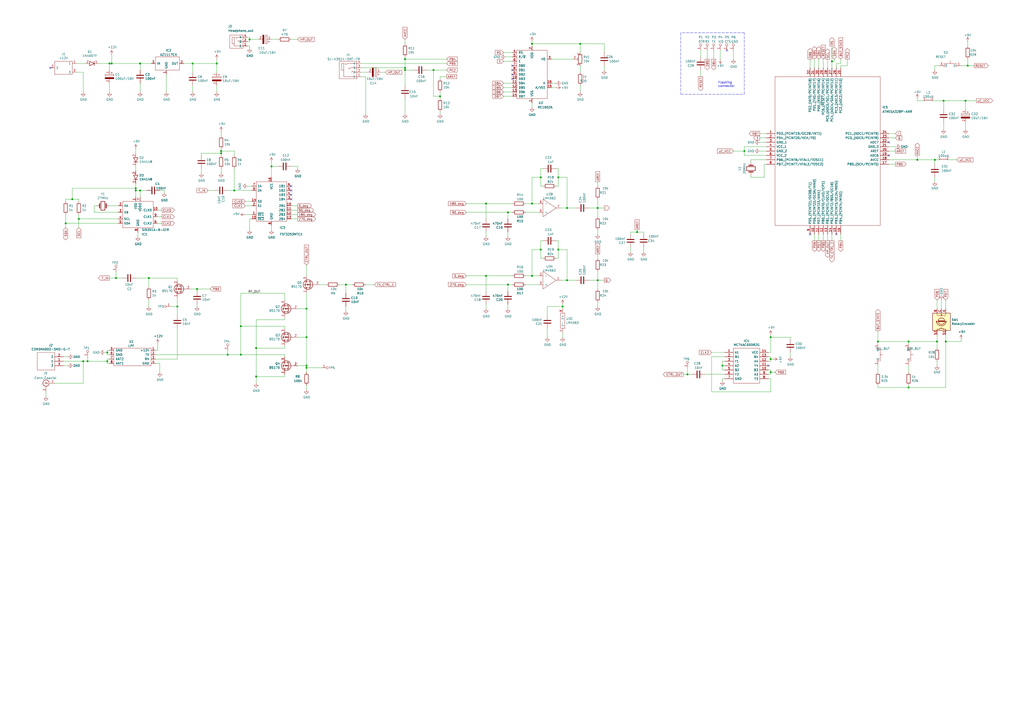
<source format=kicad_sch>
(kicad_sch (version 20211123) (generator eeschema)
  (paper "A2")
  (junction (at 326.39 177.8))
  (junction (at 560.07 58.42))
  (junction (at 328.93 162.56))
  (junction (at 177.8 179.07))
  (junction (at 135.89 110.49))
  (junction (at 281.94 160.02))
  (junction (at 48.26 209.55))
  (junction (at 308.61 25.4))
  (junction (at 543.56 198.12))
  (junction (at 125.73 36.83))
  (junction (at 62.23 209.55))
  (junction (at 102.87 177.8))
  (junction (at 447.04 215.9))
  (junction (at 38.1 129.54))
  (junction (at 308.61 160.02))
  (junction (at 177.8 213.36))
  (junction (at 313.69 144.78))
  (junction (at 527.05 198.12))
  (junction (at 323.85 102.87))
  (junction (at 132.08 205.74))
  (junction (at 447.04 195.58))
  (junction (at 482.6 35.56))
  (junction (at 532.13 92.71))
  (junction (at 313.69 102.87))
  (junction (at 447.04 208.28))
  (junction (at 78.74 109.22))
  (junction (at 346.71 162.56))
  (junction (at 251.46 40.64))
  (junction (at 336.55 25.4))
  (junction (at 128.27 88.9))
  (junction (at 281.94 118.11))
  (junction (at 431.8 87.63))
  (junction (at 157.48 96.52))
  (junction (at 346.71 120.65))
  (junction (at 148.59 201.93))
  (junction (at 527.05 224.79))
  (junction (at 78.74 110.49))
  (junction (at 41.91 115.57))
  (junction (at 50.8 209.55))
  (junction (at 323.85 144.78))
  (junction (at 177.8 212.09))
  (junction (at 67.31 161.29))
  (junction (at 139.7 205.74))
  (junction (at 64.77 36.83))
  (junction (at 62.23 204.47))
  (junction (at 419.1 212.09))
  (junction (at 81.28 110.49))
  (junction (at 81.28 36.83))
  (junction (at 177.8 195.58))
  (junction (at 547.37 58.42))
  (junction (at 294.64 123.19))
  (junction (at 509.27 198.12))
  (junction (at 328.93 120.65))
  (junction (at 548.64 198.12))
  (junction (at 542.29 92.71))
  (junction (at 200.66 165.1))
  (junction (at 139.7 189.23))
  (junction (at 561.34 38.1))
  (junction (at 148.59 218.44))
  (junction (at 144.78 22.86))
  (junction (at 294.64 165.1))
  (junction (at 255.27 55.88))
  (junction (at 111.76 36.83))
  (junction (at 234.95 40.64))
  (junction (at 369.57 134.62))
  (junction (at 63.5 36.83))
  (junction (at 308.61 118.11))
  (junction (at 128.27 87.63))
  (junction (at 86.36 161.29))
  (junction (at 234.95 34.29))
  (junction (at 234.95 39.37))
  (junction (at 398.78 217.17))
  (junction (at 45.72 127))
  (junction (at 114.3 167.64))
  (no_connect (at 469.9 135.89))
  (no_connect (at 297.18 38.1))
  (no_connect (at 515.62 90.17))
  (no_connect (at 168.91 115.57))
  (no_connect (at 168.91 110.49))
  (no_connect (at 297.18 40.64))
  (no_connect (at 297.18 45.72))
  (no_connect (at 168.91 113.03))
  (no_connect (at 515.62 82.55))
  (no_connect (at 485.14 135.89))
  (no_connect (at 168.91 107.95))
  (no_connect (at 445.77 212.09))
  (no_connect (at 421.64 29.21))
  (no_connect (at 29.21 39.37))
  (no_connect (at 297.18 43.18))
  (wire (pts (xy 549.91 92.71) (xy 554.99 92.71)))
  (wire (pts (xy 323.85 144.78) (xy 328.93 144.78)))
  (wire (pts (xy 186.69 213.36) (xy 177.8 213.36)))
  (wire (pts (xy 444.5 87.63) (xy 440.69 87.63)))
  (wire (pts (xy 477.52 34.29) (xy 477.52 39.37)))
  (wire (pts (xy 346.71 120.65) (xy 346.71 115.57)))
  (wire (pts (xy 50.8 207.01) (xy 50.8 209.55)))
  (wire (pts (xy 172.72 96.52) (xy 172.72 97.79)))
  (wire (pts (xy 542.29 38.1) (xy 544.83 38.1)))
  (wire (pts (xy 26.67 227.33) (xy 26.67 229.87)))
  (wire (pts (xy 447.04 215.9) (xy 447.04 217.17)))
  (wire (pts (xy 322.58 139.7) (xy 323.85 139.7)))
  (wire (pts (xy 557.53 198.12) (xy 548.64 198.12)))
  (wire (pts (xy 313.69 144.78) (xy 313.69 139.7)))
  (wire (pts (xy 547.37 74.93) (xy 547.37 71.12)))
  (wire (pts (xy 317.5 177.8) (xy 326.39 177.8)))
  (wire (pts (xy 116.84 90.17) (xy 116.84 88.9)))
  (wire (pts (xy 346.71 147.32) (xy 346.71 149.86)))
  (wire (pts (xy 313.69 149.86) (xy 313.69 144.78)))
  (wire (pts (xy 36.83 209.55) (xy 48.26 209.55)))
  (wire (pts (xy 308.61 160.02) (xy 304.8 160.02)))
  (wire (pts (xy 491.49 38.1) (xy 491.49 34.29)))
  (wire (pts (xy 38.1 129.54) (xy 38.1 124.46)))
  (wire (pts (xy 313.69 107.95) (xy 313.69 102.87)))
  (wire (pts (xy 116.84 88.9) (xy 128.27 88.9)))
  (wire (pts (xy 474.98 34.29) (xy 474.98 39.37)))
  (wire (pts (xy 251.46 40.64) (xy 251.46 55.88)))
  (wire (pts (xy 294.64 179.07) (xy 294.64 176.53)))
  (wire (pts (xy 102.87 182.88) (xy 102.87 177.8)))
  (wire (pts (xy 346.71 135.89) (xy 346.71 133.35)))
  (wire (pts (xy 54.61 119.38) (xy 55.88 119.38)))
  (wire (pts (xy 165.1 218.44) (xy 165.1 217.17)))
  (wire (pts (xy 323.85 107.95) (xy 322.58 107.95)))
  (wire (pts (xy 474.98 139.7) (xy 474.98 135.89)))
  (wire (pts (xy 487.68 36.83) (xy 487.68 34.29)))
  (wire (pts (xy 328.93 120.65) (xy 325.12 120.65)))
  (wire (pts (xy 93.98 121.92) (xy 91.44 121.92)))
  (wire (pts (xy 557.53 196.85) (xy 557.53 198.12)))
  (wire (pts (xy 120.65 110.49) (xy 124.46 110.49)))
  (wire (pts (xy 148.59 201.93) (xy 148.59 218.44)))
  (wire (pts (xy 548.64 198.12) (xy 548.64 194.31)))
  (wire (pts (xy 67.31 161.29) (xy 63.5 161.29)))
  (wire (pts (xy 36.83 212.09) (xy 39.37 212.09)))
  (wire (pts (xy 312.42 160.02) (xy 308.61 160.02)))
  (wire (pts (xy 313.69 102.87) (xy 313.69 97.79)))
  (wire (pts (xy 431.8 90.17) (xy 444.5 90.17)))
  (wire (pts (xy 294.64 168.91) (xy 294.64 165.1)))
  (wire (pts (xy 90.17 210.82) (xy 92.71 210.82)))
  (wire (pts (xy 532.13 58.42) (xy 535.94 58.42)))
  (wire (pts (xy 561.34 34.29) (xy 561.34 38.1)))
  (wire (pts (xy 146.05 116.84) (xy 142.24 116.84)))
  (wire (pts (xy 81.28 36.83) (xy 87.63 36.83)))
  (wire (pts (xy 62.23 205.74) (xy 63.5 205.74)))
  (wire (pts (xy 398.78 217.17) (xy 401.32 217.17)))
  (wire (pts (xy 64.77 36.83) (xy 63.5 36.83)))
  (wire (pts (xy 509.27 191.77) (xy 509.27 198.12)))
  (wire (pts (xy 297.18 160.02) (xy 281.94 160.02)))
  (wire (pts (xy 509.27 198.12) (xy 509.27 199.39)))
  (wire (pts (xy 487.68 39.37) (xy 487.68 38.1)))
  (wire (pts (xy 135.89 87.63) (xy 135.89 90.17)))
  (wire (pts (xy 336.55 25.4) (xy 350.52 25.4)))
  (wire (pts (xy 165.1 205.74) (xy 139.7 205.74)))
  (wire (pts (xy 561.34 38.1) (xy 565.15 38.1)))
  (wire (pts (xy 114.3 167.64) (xy 110.49 167.64)))
  (wire (pts (xy 323.85 139.7) (xy 323.85 144.78)))
  (wire (pts (xy 323.85 97.79) (xy 323.85 102.87)))
  (wire (pts (xy 328.93 162.56) (xy 325.12 162.56)))
  (wire (pts (xy 542.29 92.71) (xy 544.83 92.71)))
  (wire (pts (xy 373.38 134.62) (xy 373.38 135.89)))
  (wire (pts (xy 396.24 217.17) (xy 398.78 217.17)))
  (wire (pts (xy 45.72 132.08) (xy 45.72 127)))
  (wire (pts (xy 111.76 49.53) (xy 111.76 53.34)))
  (wire (pts (xy 45.72 115.57) (xy 41.91 115.57)))
  (wire (pts (xy 532.13 90.17) (xy 532.13 92.71)))
  (wire (pts (xy 128.27 86.36) (xy 128.27 87.63)))
  (wire (pts (xy 172.72 195.58) (xy 177.8 195.58)))
  (wire (pts (xy 369.57 133.35) (xy 369.57 134.62)))
  (wire (pts (xy 293.37 33.02) (xy 297.18 33.02)))
  (wire (pts (xy 445.77 207.01) (xy 447.04 207.01)))
  (wire (pts (xy 419.1 220.98) (xy 419.1 219.71)))
  (wire (pts (xy 482.6 35.56) (xy 483.87 35.56)))
  (wire (pts (xy 209.55 36.83) (xy 259.08 36.83)))
  (wire (pts (xy 304.8 118.11) (xy 308.61 118.11)))
  (wire (pts (xy 292.1 50.8) (xy 297.18 50.8)))
  (wire (pts (xy 445.77 214.63) (xy 447.04 214.63)))
  (wire (pts (xy 294.64 165.1) (xy 297.18 165.1)))
  (wire (pts (xy 78.74 106.68) (xy 78.74 109.22)))
  (wire (pts (xy 435.61 92.71) (xy 444.5 92.71)))
  (wire (pts (xy 45.72 127) (xy 68.58 127)))
  (wire (pts (xy 132.08 203.2) (xy 132.08 205.74)))
  (wire (pts (xy 165.1 170.18) (xy 165.1 173.99)))
  (wire (pts (xy 542.29 105.41) (xy 542.29 102.87)))
  (wire (pts (xy 297.18 53.34) (xy 292.1 53.34)))
  (wire (pts (xy 313.69 144.78) (xy 308.61 144.78)))
  (wire (pts (xy 80.01 137.16) (xy 80.01 134.62)))
  (wire (pts (xy 157.48 93.98) (xy 157.48 96.52)))
  (wire (pts (xy 255.27 66.04) (xy 255.27 64.77)))
  (wire (pts (xy 365.76 146.05) (xy 365.76 143.51)))
  (wire (pts (xy 323.85 102.87) (xy 323.85 107.95)))
  (wire (pts (xy 96.52 43.18) (xy 96.52 53.34)))
  (polyline (pts (xy 394.97 19.05) (xy 394.97 54.61)))
  (wire (pts (xy 557.53 38.1) (xy 561.34 38.1)))
  (wire (pts (xy 527.05 215.9) (xy 527.05 212.09)))
  (wire (pts (xy 200.66 170.18) (xy 200.66 165.1)))
  (wire (pts (xy 85.09 110.49) (xy 81.28 110.49)))
  (wire (pts (xy 435.61 93.98) (xy 435.61 92.71)))
  (wire (pts (xy 143.51 26.67) (xy 144.78 26.67)))
  (wire (pts (xy 323.85 149.86) (xy 322.58 149.86)))
  (wire (pts (xy 546.1 179.07) (xy 546.1 173.99)))
  (wire (pts (xy 445.77 219.71) (xy 447.04 219.71)))
  (wire (pts (xy 527.05 224.79) (xy 527.05 223.52)))
  (wire (pts (xy 144.78 26.67) (xy 144.78 27.94)))
  (wire (pts (xy 527.05 199.39) (xy 527.05 198.12)))
  (wire (pts (xy 114.3 168.91) (xy 114.3 167.64)))
  (wire (pts (xy 38.1 115.57) (xy 38.1 116.84)))
  (wire (pts (xy 81.28 110.49) (xy 78.74 110.49)))
  (wire (pts (xy 81.28 36.83) (xy 64.77 36.83)))
  (wire (pts (xy 45.72 116.84) (xy 45.72 115.57)))
  (wire (pts (xy 346.71 177.8) (xy 346.71 175.26)))
  (wire (pts (xy 62.23 210.82) (xy 63.5 210.82)))
  (wire (pts (xy 177.8 226.06) (xy 177.8 223.52)))
  (wire (pts (xy 425.45 34.29) (xy 425.45 29.21)))
  (wire (pts (xy 251.46 55.88) (xy 255.27 55.88)))
  (wire (pts (xy 542.29 95.25) (xy 542.29 92.71)))
  (wire (pts (xy 91.44 125.73) (xy 93.98 125.73)))
  (wire (pts (xy 304.8 165.1) (xy 312.42 165.1)))
  (wire (pts (xy 487.68 38.1) (xy 491.49 38.1)))
  (polyline (pts (xy 394.97 54.61) (xy 431.8 54.61)))
  (wire (pts (xy 90.17 205.74) (xy 132.08 205.74)))
  (wire (pts (xy 165.1 190.5) (xy 165.1 189.23)))
  (wire (pts (xy 255.27 44.45) (xy 255.27 45.72)))
  (wire (pts (xy 259.08 44.45) (xy 255.27 44.45)))
  (wire (pts (xy 62.23 204.47) (xy 60.96 204.47)))
  (wire (pts (xy 297.18 118.11) (xy 281.94 118.11)))
  (wire (pts (xy 560.07 71.12) (xy 560.07 74.93)))
  (wire (pts (xy 410.21 34.29) (xy 410.21 29.21)))
  (wire (pts (xy 346.71 162.56) (xy 346.71 157.48)))
  (wire (pts (xy 114.3 177.8) (xy 114.3 176.53)))
  (wire (pts (xy 90.17 208.28) (xy 102.87 208.28)))
  (wire (pts (xy 313.69 97.79) (xy 314.96 97.79)))
  (wire (pts (xy 144.78 22.86) (xy 149.86 22.86)))
  (wire (pts (xy 292.1 30.48) (xy 297.18 30.48)))
  (wire (pts (xy 313.69 139.7) (xy 314.96 139.7)))
  (wire (pts (xy 419.1 219.71) (xy 420.37 219.71)))
  (wire (pts (xy 308.61 62.23) (xy 308.61 59.69)))
  (wire (pts (xy 350.52 162.56) (xy 346.71 162.56)))
  (wire (pts (xy 128.27 88.9) (xy 128.27 90.17)))
  (wire (pts (xy 541.02 58.42) (xy 547.37 58.42)))
  (wire (pts (xy 139.7 189.23) (xy 139.7 170.18)))
  (wire (pts (xy 419.1 212.09) (xy 419.1 214.63)))
  (wire (pts (xy 240.03 40.64) (xy 234.95 40.64)))
  (wire (pts (xy 31.75 222.25) (xy 48.26 222.25)))
  (wire (pts (xy 135.89 97.79) (xy 135.89 110.49)))
  (wire (pts (xy 341.63 120.65) (xy 346.71 120.65)))
  (wire (pts (xy 346.71 105.41) (xy 346.71 107.95)))
  (wire (pts (xy 317.5 182.88) (xy 317.5 177.8)))
  (wire (pts (xy 447.04 217.17) (xy 445.77 217.17)))
  (wire (pts (xy 373.38 143.51) (xy 373.38 146.05)))
  (wire (pts (xy 81.28 40.64) (xy 81.28 36.83)))
  (wire (pts (xy 172.72 121.92) (xy 168.91 121.92)))
  (wire (pts (xy 447.04 194.31) (xy 447.04 195.58)))
  (wire (pts (xy 172.72 22.86) (xy 168.91 22.86)))
  (wire (pts (xy 68.58 123.19) (xy 54.61 123.19)))
  (wire (pts (xy 322.58 48.26) (xy 320.04 48.26)))
  (wire (pts (xy 234.95 34.29) (xy 234.95 39.37)))
  (wire (pts (xy 144.78 21.59) (xy 144.78 22.86)))
  (wire (pts (xy 281.94 160.02) (xy 270.51 160.02)))
  (wire (pts (xy 102.87 177.8) (xy 102.87 172.72)))
  (wire (pts (xy 308.61 24.13) (xy 308.61 25.4)))
  (wire (pts (xy 458.47 195.58) (xy 447.04 195.58)))
  (wire (pts (xy 297.18 48.26) (xy 292.1 48.26)))
  (wire (pts (xy 48.26 222.25) (xy 48.26 209.55)))
  (wire (pts (xy 336.55 53.34) (xy 336.55 49.53)))
  (wire (pts (xy 320.04 34.29) (xy 332.74 34.29)))
  (wire (pts (xy 62.23 209.55) (xy 62.23 210.82)))
  (wire (pts (xy 350.52 120.65) (xy 346.71 120.65)))
  (wire (pts (xy 350.52 40.64) (xy 350.52 38.1)))
  (wire (pts (xy 213.36 41.91) (xy 209.55 41.91)))
  (wire (pts (xy 294.64 127) (xy 294.64 123.19)))
  (wire (pts (xy 532.13 57.15) (xy 532.13 58.42)))
  (wire (pts (xy 62.23 209.55) (xy 62.23 208.28)))
  (wire (pts (xy 440.69 77.47) (xy 444.5 77.47)))
  (wire (pts (xy 48.26 209.55) (xy 50.8 209.55)))
  (wire (pts (xy 111.76 36.83) (xy 111.76 41.91)))
  (wire (pts (xy 139.7 205.74) (xy 139.7 189.23)))
  (wire (pts (xy 313.69 102.87) (xy 308.61 102.87)))
  (wire (pts (xy 62.23 203.2) (xy 62.23 204.47)))
  (wire (pts (xy 448.31 208.28) (xy 447.04 208.28)))
  (wire (pts (xy 234.95 33.02) (xy 234.95 34.29)))
  (wire (pts (xy 102.87 162.56) (xy 102.87 161.29)))
  (wire (pts (xy 292.1 35.56) (xy 297.18 35.56)))
  (wire (pts (xy 543.56 198.12) (xy 543.56 194.31)))
  (wire (pts (xy 412.75 227.33) (xy 412.75 207.01)))
  (wire (pts (xy 212.09 66.04) (xy 212.09 44.45)))
  (wire (pts (xy 177.8 212.09) (xy 172.72 212.09)))
  (wire (pts (xy 326.39 177.8) (xy 326.39 179.07)))
  (wire (pts (xy 41.91 115.57) (xy 41.91 109.22)))
  (wire (pts (xy 532.13 92.71) (xy 542.29 92.71)))
  (wire (pts (xy 200.66 165.1) (xy 196.85 165.1)))
  (wire (pts (xy 168.91 119.38) (xy 172.72 119.38)))
  (polyline (pts (xy 431.8 19.05) (xy 394.97 19.05)))
  (wire (pts (xy 209.55 39.37) (xy 234.95 39.37)))
  (wire (pts (xy 440.69 82.55) (xy 444.5 82.55)))
  (wire (pts (xy 447.04 219.71) (xy 447.04 227.33)))
  (wire (pts (xy 480.06 139.7) (xy 480.06 135.89)))
  (wire (pts (xy 431.8 87.63) (xy 425.45 87.63)))
  (wire (pts (xy 63.5 36.83) (xy 63.5 40.64)))
  (wire (pts (xy 234.95 25.4) (xy 234.95 22.86)))
  (wire (pts (xy 515.62 92.71) (xy 532.13 92.71)))
  (wire (pts (xy 251.46 40.64) (xy 259.08 40.64)))
  (wire (pts (xy 81.28 48.26) (xy 81.28 53.34)))
  (wire (pts (xy 200.66 180.34) (xy 200.66 177.8)))
  (wire (pts (xy 41.91 109.22) (xy 78.74 109.22)))
  (wire (pts (xy 477.52 139.7) (xy 477.52 135.89)))
  (wire (pts (xy 255.27 53.34) (xy 255.27 55.88)))
  (wire (pts (xy 67.31 157.48) (xy 67.31 161.29)))
  (wire (pts (xy 177.8 213.36) (xy 177.8 212.09)))
  (polyline (pts (xy 431.8 54.61) (xy 431.8 19.05)))
  (wire (pts (xy 336.55 25.4) (xy 336.55 30.48)))
  (wire (pts (xy 177.8 179.07) (xy 172.72 179.07)))
  (wire (pts (xy 543.56 179.07) (xy 543.56 173.99)))
  (wire (pts (xy 336.55 41.91) (xy 336.55 38.1)))
  (wire (pts (xy 63.5 48.26) (xy 63.5 53.34)))
  (wire (pts (xy 62.23 204.47) (xy 62.23 205.74)))
  (wire (pts (xy 317.5 195.58) (xy 317.5 190.5)))
  (wire (pts (xy 346.71 125.73) (xy 346.71 120.65)))
  (wire (pts (xy 560.07 58.42) (xy 560.07 63.5)))
  (wire (pts (xy 91.44 203.2) (xy 90.17 203.2)))
  (wire (pts (xy 54.61 119.38) (xy 54.61 123.19)))
  (wire (pts (xy 527.05 198.12) (xy 509.27 198.12)))
  (wire (pts (xy 95.25 110.49) (xy 92.71 110.49)))
  (wire (pts (xy 111.76 36.83) (xy 125.73 36.83)))
  (wire (pts (xy 93.98 129.54) (xy 91.44 129.54)))
  (wire (pts (xy 447.04 209.55) (xy 445.77 209.55)))
  (wire (pts (xy 139.7 170.18) (xy 165.1 170.18)))
  (wire (pts (xy 165.1 189.23) (xy 139.7 189.23)))
  (wire (pts (xy 483.87 35.56) (xy 483.87 34.29)))
  (wire (pts (xy 515.62 87.63) (xy 519.43 87.63)))
  (wire (pts (xy 308.61 25.4) (xy 336.55 25.4)))
  (wire (pts (xy 323.85 102.87) (xy 328.93 102.87)))
  (wire (pts (xy 326.39 176.53) (xy 326.39 177.8)))
  (wire (pts (xy 135.89 110.49) (xy 146.05 110.49)))
  (wire (pts (xy 125.73 34.29) (xy 125.73 36.83)))
  (wire (pts (xy 292.1 55.88) (xy 297.18 55.88)))
  (wire (pts (xy 148.59 222.25) (xy 148.59 218.44)))
  (wire (pts (xy 408.94 217.17) (xy 420.37 217.17)))
  (wire (pts (xy 185.42 165.1) (xy 189.23 165.1)))
  (wire (pts (xy 57.15 36.83) (xy 63.5 36.83)))
  (wire (pts (xy 447.04 207.01) (xy 447.04 208.28)))
  (wire (pts (xy 281.94 118.11) (xy 270.51 118.11)))
  (wire (pts (xy 365.76 135.89) (xy 365.76 134.62)))
  (wire (pts (xy 406.4 33.02) (xy 406.4 29.21)))
  (wire (pts (xy 458.47 196.85) (xy 458.47 195.58)))
  (wire (pts (xy 281.94 160.02) (xy 281.94 168.91)))
  (wire (pts (xy 444.5 95.25) (xy 443.23 95.25)))
  (wire (pts (xy 71.12 161.29) (xy 67.31 161.29)))
  (wire (pts (xy 157.48 96.52) (xy 161.29 96.52)))
  (wire (pts (xy 308.61 25.4) (xy 308.61 26.67)))
  (wire (pts (xy 435.61 102.87) (xy 435.61 101.6)))
  (wire (pts (xy 148.59 218.44) (xy 165.1 218.44)))
  (wire (pts (xy 116.84 97.79) (xy 116.84 100.33)))
  (wire (pts (xy 50.8 209.55) (xy 62.23 209.55)))
  (wire (pts (xy 68.58 129.54) (xy 38.1 129.54)))
  (wire (pts (xy 447.04 214.63) (xy 447.04 215.9)))
  (wire (pts (xy 270.51 165.1) (xy 294.64 165.1)))
  (wire (pts (xy 543.56 201.93) (xy 543.56 198.12)))
  (wire (pts (xy 414.02 34.29) (xy 414.02 29.21)))
  (wire (pts (xy 412.75 204.47) (xy 420.37 204.47)))
  (wire (pts (xy 548.64 173.99) (xy 548.64 179.07)))
  (wire (pts (xy 44.45 41.91) (xy 48.26 41.91)))
  (wire (pts (xy 350.52 25.4) (xy 350.52 30.48)))
  (wire (pts (xy 543.56 212.09) (xy 543.56 209.55)))
  (wire (pts (xy 144.78 24.13) (xy 143.51 24.13)))
  (wire (pts (xy 560.07 58.42) (xy 566.42 58.42)))
  (wire (pts (xy 346.71 167.64) (xy 346.71 162.56)))
  (wire (pts (xy 165.1 185.42) (xy 148.59 185.42)))
  (wire (pts (xy 78.74 109.22) (xy 78.74 110.49)))
  (wire (pts (xy 99.06 177.8) (xy 102.87 177.8)))
  (wire (pts (xy 86.36 177.8) (xy 86.36 173.99)))
  (wire (pts (xy 223.52 41.91) (xy 220.98 41.91)))
  (wire (pts (xy 62.23 208.28) (xy 63.5 208.28)))
  (wire (pts (xy 259.08 34.29) (xy 234.95 34.29)))
  (wire (pts (xy 547.37 63.5) (xy 547.37 58.42)))
  (wire (pts (xy 128.27 100.33) (xy 128.27 97.79)))
  (wire (pts (xy 281.94 137.16) (xy 281.94 134.62)))
  (wire (pts (xy 420.37 212.09) (xy 419.1 212.09)))
  (wire (pts (xy 323.85 144.78) (xy 323.85 149.86)))
  (wire (pts (xy 312.42 123.19) (xy 304.8 123.19)))
  (wire (pts (xy 121.92 167.64) (xy 114.3 167.64)))
  (wire (pts (xy 443.23 102.87) (xy 435.61 102.87)))
  (wire (pts (xy 398.78 213.36) (xy 398.78 217.17)))
  (wire (pts (xy 447.04 208.28) (xy 447.04 209.55)))
  (wire (pts (xy 143.51 107.95) (xy 146.05 107.95)))
  (wire (pts (xy 146.05 127) (xy 144.78 127)))
  (wire (pts (xy 417.83 34.29) (xy 417.83 29.21)))
  (wire (pts (xy 326.39 195.58) (xy 326.39 193.04)))
  (wire (pts (xy 412.75 207.01) (xy 420.37 207.01)))
  (wire (pts (xy 447.04 195.58) (xy 447.04 204.47)))
  (wire (pts (xy 132.08 205.74) (xy 139.7 205.74)))
  (wire (pts (xy 458.47 207.01) (xy 458.47 204.47)))
  (wire (pts (xy 527.05 198.12) (xy 543.56 198.12)))
  (wire (pts (xy 44.45 36.83) (xy 49.53 36.83)))
  (wire (pts (xy 548.64 224.79) (xy 548.64 198.12)))
  (wire (pts (xy 443.23 95.25) (xy 443.23 102.87)))
  (wire (pts (xy 308.61 144.78) (xy 308.61 160.02)))
  (wire (pts (xy 106.68 36.83) (xy 111.76 36.83)))
  (wire (pts (xy 419.1 209.55) (xy 419.1 212.09)))
  (wire (pts (xy 64.77 31.75) (xy 64.77 36.83)))
  (wire (pts (xy 144.78 22.86) (xy 144.78 24.13)))
  (wire (pts (xy 447.04 204.47) (xy 445.77 204.47)))
  (wire (pts (xy 148.59 201.93) (xy 165.1 201.93)))
  (wire (pts (xy 128.27 87.63) (xy 135.89 87.63)))
  (wire (pts (xy 157.48 130.81) (xy 157.48 133.35)))
  (wire (pts (xy 95.25 111.76) (xy 95.25 110.49)))
  (wire (pts (xy 314.96 149.86) (xy 313.69 149.86)))
  (wire (pts (xy 45.72 124.46) (xy 45.72 127)))
  (wire (pts (xy 132.08 110.49) (xy 135.89 110.49)))
  (wire (pts (xy 234.95 40.64) (xy 234.95 49.53)))
  (wire (pts (xy 78.74 110.49) (xy 78.74 114.3)))
  (wire (pts (xy 172.72 127) (xy 168.91 127)))
  (wire (pts (xy 63.5 119.38) (xy 68.58 119.38)))
  (wire (pts (xy 255.27 55.88) (xy 255.27 57.15)))
  (wire (pts (xy 440.69 80.01) (xy 444.5 80.01)))
  (wire (pts (xy 469.9 34.29) (xy 469.9 39.37)))
  (wire (pts (xy 560.07 58.42) (xy 547.37 58.42)))
  (wire (pts (xy 281.94 179.07) (xy 281.94 176.53)))
  (wire (pts (xy 527.05 224.79) (xy 548.64 224.79)))
  (wire (pts (xy 406.4 44.45) (xy 406.4 40.64)))
  (wire (pts (xy 328.93 144.78) (xy 328.93 162.56)))
  (wire (pts (xy 294.64 123.19) (xy 297.18 123.19)))
  (wire (pts (xy 143.51 21.59) (xy 144.78 21.59)))
  (wire (pts (xy 92.71 210.82) (xy 92.71 215.9)))
  (wire (pts (xy 482.6 39.37) (xy 482.6 35.56)))
  (wire (pts (xy 200.66 165.1) (xy 204.47 165.1)))
  (wire (pts (xy 472.44 39.37) (xy 472.44 34.29)))
  (wire (pts (xy 509.27 215.9) (xy 509.27 212.09)))
  (wire (pts (xy 128.27 87.63) (xy 128.27 88.9)))
  (wire (pts (xy 314.96 107.95) (xy 313.69 107.95)))
  (wire (pts (xy 519.43 95.25) (xy 515.62 95.25)))
  (wire (pts (xy 212.09 44.45) (xy 209.55 44.45)))
  (wire (pts (xy 341.63 162.56) (xy 346.71 162.56)))
  (wire (pts (xy 449.58 215.9) (xy 447.04 215.9)))
  (wire (pts (xy 217.17 165.1) (xy 212.09 165.1)))
  (wire (pts (xy 177.8 170.18) (xy 177.8 179.07)))
  (wire (pts (xy 165.1 207.01) (xy 165.1 205.74)))
  (wire (pts (xy 102.87 161.29) (xy 86.36 161.29)))
  (wire (pts (xy 320.04 50.8) (xy 322.58 50.8)))
  (wire (pts (xy 41.91 115.57) (xy 38.1 115.57)))
  (wire (pts (xy 485.14 39.37) (xy 485.14 36.83)))
  (wire (pts (xy 509.27 223.52) (xy 509.27 224.79)))
  (wire (pts (xy 369.57 134.62) (xy 373.38 134.62)))
  (wire (pts (xy 519.43 77.47) (xy 515.62 77.47)))
  (wire (pts (xy 487.68 139.7) (xy 487.68 135.89)))
  (wire (pts (xy 247.65 40.64) (xy 251.46 40.64)))
  (wire (pts (xy 144.78 127) (xy 144.78 133.35)))
  (wire (pts (xy 419.1 214.63) (xy 420.37 214.63)))
  (wire (pts (xy 431.8 85.09) (xy 431.8 87.63)))
  (wire (pts (xy 91.44 199.39) (xy 91.44 203.2)))
  (wire (pts (xy 308.61 102.87) (xy 308.61 118.11)))
  (wire (pts (xy 519.43 85.09) (xy 515.62 85.09)))
  (wire (pts (xy 78.74 86.36) (xy 78.74 88.9)))
  (wire (pts (xy 561.34 24.13) (xy 561.34 26.67)))
  (wire (pts (xy 542.29 40.64) (xy 542.29 38.1)))
  (wire (pts (xy 420.37 209.55) (xy 419.1 209.55)))
  (wire (pts (xy 334.01 162.56) (xy 328.93 162.56)))
  (wire (pts (xy 38.1 132.08) (xy 38.1 129.54)))
  (wire (pts (xy 234.95 66.04) (xy 234.95 57.15)))
  (wire (pts (xy 480.06 34.29) (xy 480.06 39.37)))
  (wire (pts (xy 36.83 207.01) (xy 39.37 207.01)))
  (wire (pts (xy 157.48 96.52) (xy 157.48 102.87)))
  (wire (pts (xy 431.8 87.63) (xy 431.8 90.17)))
  (wire (pts (xy 165.1 184.15) (xy 165.1 185.42)))
  (wire (pts (xy 125.73 49.53) (xy 125.73 53.34)))
  (wire (pts (xy 48.26 41.91) (xy 48.26 53.34)))
  (wire (pts (xy 78.74 96.52) (xy 78.74 99.06)))
  (wire (pts (xy 444.5 85.09) (xy 431.8 85.09)))
  (wire (pts (xy 234.95 39.37) (xy 234.95 40.64)))
  (wire (pts (xy 482.6 35.56) (xy 482.6 26.67)))
  (wire (pts (xy 509.27 224.79) (xy 527.05 224.79)))
  (wire (pts (xy 482.6 139.7) (xy 482.6 135.89)))
  (wire (pts (xy 168.91 96.52) (xy 172.72 96.52)))
  (wire (pts (xy 128.27 76.2) (xy 128.27 78.74)))
  (wire (pts (xy 322.58 97.79) (xy 323.85 97.79)))
  (wire (pts (xy 485.14 36.83) (xy 487.68 36.83)))
  (wire (pts (xy 294.64 137.16) (xy 294.64 134.62)))
  (wire (pts (xy 328.93 102.87) (xy 328.93 120.65)))
  (wire (pts (xy 142.24 124.46) (xy 146.05 124.46)))
  (wire (pts (xy 102.87 190.5) (xy 102.87 208.28)))
  (wire (pts (xy 281.94 118.11) (xy 281.94 127)))
  (wire (pts (xy 365.76 134.62) (xy 369.57 134.62)))
  (wire (pts (xy 86.36 161.29) (xy 86.36 166.37)))
  (wire (pts (xy 308.61 118.11) (xy 312.42 118.11)))
  (wire (pts (xy 447.04 227.33) (xy 412.75 227.33)))
  (wire (pts (xy 177.8 153.67) (xy 177.8 160.02)))
  (wire (pts (xy 142.24 119.38) (xy 146.05 119.38)))
  (wire (pts (xy 515.62 80.01) (xy 519.43 80.01)))
  (wire (pts (xy 334.01 120.65) (xy 328.93 120.65)))
  (wire (pts (xy 270.51 123.19) (xy 294.64 123.19)))
  (wire (pts (xy 81.28 110.49) (xy 81.28 114.3)))
  (wire (pts (xy 177.8 195.58) (xy 177.8 212.09)))
  (wire (pts (xy 78.74 161.29) (xy 86.36 161.29)))
  (wire (pts (xy 157.48 22.86) (xy 161.29 22.86)))
  (wire (pts (xy 177.8 215.9) (xy 177.8 213.36)))
  (wire (pts (xy 472.44 135.89) (xy 472.44 139.7)))
  (wire (pts (xy 125.73 36.83) (xy 125.73 41.91)))
  (wire (pts (xy 168.91 124.46) (xy 172.72 124.46)))
  (wire (pts (xy 63.5 203.2) (xy 62.23 203.2)))
  (wire (pts (xy 177.8 195.58) (xy 177.8 179.07)))
  (wire (pts (xy 165.1 201.93) (xy 165.1 200.66)))
  (wire (pts (xy 148.59 185.42) (xy 148.59 201.93)))
  (text "Flashing\nconnector" (at 416.56 50.8 0) (effects (font (size 1.27 1.27)) (justify left bottom)))
  (label "RF_OUT" (at 151.13 170.18 180))
  (global_label "F_IN" (shape output) (at 63.5 161.29 180) (property "Intersheet References" "${INTERSHEET_REFS}" (effects hide)))
  (global_label "PB4" (shape output) (at 487.68 139.7 270) (property "Intersheet References" "${INTERSHEET_REFS}" (effects hide)))
  (global_label "RS" (shape output) (at 482.6 26.67 90) (property "Intersheet References" "${INTERSHEET_REFS}" (effects hide)))
  (global_label "0_deg" (shape input) (at 270.51 160.02 180) (property "Intersheet References" "${INTERSHEET_REFS}" (effects hide)))
  (global_label "PB0" (shape output) (at 477.52 139.7 270) (property "Intersheet References" "${INTERSHEET_REFS}" (effects hide)))
  (global_label "DB5" (shape output) (at 410.21 34.29 270) (property "Intersheet References" "${INTERSHEET_REFS}" (effects hide)))
  (global_label "PC2" (shape output) (at 491.49 34.29 90) (property "Intersheet References" "${INTERSHEET_REFS}" (effects hide)))
  (global_label "CTRL_OUT" (shape output) (at 396.24 217.17 180) (property "Intersheet References" "${INTERSHEET_REFS}" (effects hide)))
  (global_label "SCL" (shape output) (at 480.06 34.29 90) (property "Intersheet References" "${INTERSHEET_REFS}" (effects hide)))
  (global_label "BUT_STATE" (shape output) (at 509.27 191.77 90) (property "Intersheet References" "${INTERSHEET_REFS}" (effects hide)))
  (global_label "270_deg" (shape output) (at 172.72 127 0) (property "Intersheet References" "${INTERSHEET_REFS}" (effects hide)))
  (global_label "uC_VCC" (shape input) (at 554.99 92.71 0) (property "Intersheet References" "${INTERSHEET_REFS}" (effects hide)))
  (global_label "CTRL_OUT" (shape input) (at 177.8 153.67 90) (property "Intersheet References" "${INTERSHEET_REFS}" (effects hide)))
  (global_label "DB5" (shape bidirectional) (at 472.44 34.29 90) (property "Intersheet References" "${INTERSHEET_REFS}" (effects hide)))
  (global_label "CLK2" (shape output) (at 93.98 129.54 0) (property "Intersheet References" "${INTERSHEET_REFS}" (effects hide)))
  (global_label "DB5" (shape input) (at 292.1 50.8 180) (property "Intersheet References" "${INTERSHEET_REFS}" (effects hide)))
  (global_label "Q" (shape input) (at 519.43 80.01 0) (property "Intersheet References" "${INTERSHEET_REFS}" (effects hide)))
  (global_label "uC_VCC" (shape input) (at 425.45 87.63 180) (property "Intersheet References" "${INTERSHEET_REFS}" (effects hide)))
  (global_label "RESET" (shape output) (at 565.15 38.1 0) (property "Intersheet References" "${INTERSHEET_REFS}" (effects hide)))
  (global_label "AREF" (shape passive) (at 369.57 133.35 90) (property "Intersheet References" "${INTERSHEET_REFS}" (effects hide)))
  (global_label "E" (shape output) (at 440.69 80.01 180) (property "Intersheet References" "${INTERSHEET_REFS}" (effects hide)))
  (global_label "Q" (shape output) (at 350.52 162.56 0) (property "Intersheet References" "${INTERSHEET_REFS}" (effects hide)))
  (global_label "AREF" (shape passive) (at 346.71 147.32 90) (property "Intersheet References" "${INTERSHEET_REFS}" (effects hide)))
  (global_label "PD6" (shape input) (at 543.56 173.99 90) (property "Intersheet References" "${INTERSHEET_REFS}" (effects hide)))
  (global_label "CLK0" (shape input) (at 142.24 116.84 180) (property "Intersheet References" "${INTERSHEET_REFS}" (effects hide)))
  (global_label "SDA" (shape bidirectional) (at 483.87 34.29 90) (property "Intersheet References" "${INTERSHEET_REFS}" (effects hide)))
  (global_label "AVCC" (shape output) (at 532.13 90.17 90) (property "Intersheet References" "${INTERSHEET_REFS}" (effects hide)))
  (global_label "90_deg" (shape output) (at 172.72 121.92 0) (property "Intersheet References" "${INTERSHEET_REFS}" (effects hide)))
  (global_label "I" (shape input) (at 519.43 77.47 0) (property "Intersheet References" "${INTERSHEET_REFS}" (effects hide)))
  (global_label "HP_OUT" (shape input) (at 172.72 22.86 0) (property "Intersheet References" "${INTERSHEET_REFS}" (effects hide)))
  (global_label "DB7" (shape input) (at 292.1 55.88 180) (property "Intersheet References" "${INTERSHEET_REFS}" (effects hide)))
  (global_label "CLK2" (shape input) (at 412.75 204.47 180) (property "Intersheet References" "${INTERSHEET_REFS}" (effects hide)))
  (global_label "PB5" (shape input) (at 259.08 36.83 0) (property "Intersheet References" "${INTERSHEET_REFS}" (effects hide)))
  (global_label "HP_OUT" (shape output) (at 480.06 139.7 270) (property "Intersheet References" "${INTERSHEET_REFS}" (effects hide)))
  (global_label "CLK1" (shape output) (at 93.98 125.73 0) (property "Intersheet References" "${INTERSHEET_REFS}" (effects hide)))
  (global_label "DB4" (shape bidirectional) (at 474.98 34.29 90) (property "Intersheet References" "${INTERSHEET_REFS}" (effects hide)))
  (global_label "DB4" (shape output) (at 414.02 34.29 270) (property "Intersheet References" "${INTERSHEET_REFS}" (effects hide)))
  (global_label "180_deg" (shape input) (at 270.51 118.11 180) (property "Intersheet References" "${INTERSHEET_REFS}" (effects hide)))
  (global_label "DB6" (shape output) (at 469.9 34.29 90) (property "Intersheet References" "${INTERSHEET_REFS}" (effects hide)))
  (global_label "0_deg" (shape output) (at 172.72 119.38 0) (property "Intersheet References" "${INTERSHEET_REFS}" (effects hide)))
  (global_label "RS" (shape input) (at 292.1 30.48 180) (property "Intersheet References" "${INTERSHEET_REFS}" (effects hide)))
  (global_label "F_IN" (shape input) (at 120.65 110.49 180) (property "Intersheet References" "${INTERSHEET_REFS}" (effects hide)))
  (global_label "HP_OUT" (shape input) (at 223.52 41.91 0) (property "Intersheet References" "${INTERSHEET_REFS}" (effects hide)))
  (global_label "CLK1" (shape input) (at 142.24 119.38 180) (property "Intersheet References" "${INTERSHEET_REFS}" (effects hide)))
  (global_label "AVCC" (shape input) (at 234.95 22.86 90) (property "Intersheet References" "${INTERSHEET_REFS}" (effects hide)))
  (global_label "180_deg" (shape output) (at 172.72 124.46 0) (property "Intersheet References" "${INTERSHEET_REFS}" (effects hide)))
  (global_label "270_deg" (shape input) (at 270.51 165.1 180) (property "Intersheet References" "${INTERSHEET_REFS}" (effects hide)))
  (global_label "PD7" (shape input) (at 548.64 173.99 90) (property "Intersheet References" "${INTERSHEET_REFS}" (effects hide)))
  (global_label "AREF" (shape passive) (at 259.08 44.45 0) (property "Intersheet References" "${INTERSHEET_REFS}" (effects hide)))
  (global_label "PB0" (shape input) (at 449.58 215.9 0) (property "Intersheet References" "${INTERSHEET_REFS}" (effects hide)))
  (global_label "uC_VCC" (shape output) (at 566.42 58.42 0) (property "Intersheet References" "${INTERSHEET_REFS}" (effects hide)))
  (global_label "PD6" (shape output) (at 472.44 139.7 270) (property "Intersheet References" "${INTERSHEET_REFS}" (effects hide)))
  (global_label "TX_CTRL_1" (shape output) (at 482.6 139.7 270) (property "Intersheet References" "${INTERSHEET_REFS}" (effects hide)))
  (global_label "90_deg" (shape input) (at 270.51 123.19 180) (property "Intersheet References" "${INTERSHEET_REFS}" (effects hide)))
  (global_label "PD7" (shape output) (at 474.98 139.7 270) (property "Intersheet References" "${INTERSHEET_REFS}" (effects hide)))
  (global_label "RESET" (shape input) (at 477.52 34.29 90) (property "Intersheet References" "${INTERSHEET_REFS}" (effects hide)))
  (global_label "AREF" (shape passive) (at 519.43 87.63 0) (property "Intersheet References" "${INTERSHEET_REFS}" (effects hide)))
  (global_label "SDA" (shape bidirectional) (at 38.1 132.08 270) (property "Intersheet References" "${INTERSHEET_REFS}" (effects hide)))
  (global_label "RESET" (shape output) (at 406.4 44.45 270) (property "Intersheet References" "${INTERSHEET_REFS}" (effects hide)))
  (global_label "E" (shape input) (at 292.1 35.56 180) (property "Intersheet References" "${INTERSHEET_REFS}" (effects hide)))
  (global_label "PC2" (shape input) (at 259.08 40.64 0) (property "Intersheet References" "${INTERSHEET_REFS}" (effects hide)))
  (global_label "PB0" (shape input) (at 121.92 167.64 0) (property "Intersheet References" "${INTERSHEET_REFS}" (effects hide)))
  (global_label "DB6" (shape input) (at 292.1 53.34 180) (property "Intersheet References" "${INTERSHEET_REFS}" (effects hide)))
  (global_label "I" (shape output) (at 350.52 120.65 0) (property "Intersheet References" "${INTERSHEET_REFS}" (effects hide)))
  (global_label "DB4" (shape input) (at 292.1 48.26 180) (property "Intersheet References" "${INTERSHEET_REFS}" (effects hide)))
  (global_label "PB4" (shape input) (at 259.08 34.29 0) (property "Intersheet References" "${INTERSHEET_REFS}" (effects hide)))
  (global_label "AREF" (shape passive) (at 346.71 105.41 90) (property "Intersheet References" "${INTERSHEET_REFS}" (effects hide)))
  (global_label "CLK0" (shape output) (at 93.98 121.92 0) (property "Intersheet References" "${INTERSHEET_REFS}" (effects hide)))
  (global_label "BUT_STATE" (shape input) (at 487.68 34.29 90) (property "Intersheet References" "${INTERSHEET_REFS}" (effects hide)))
  (global_label "DB7" (shape output) (at 440.69 77.47 180) (property "Intersheet References" "${INTERSHEET_REFS}" (effects hide)))
  (global_label "SCL" (shape input) (at 45.72 132.08 270) (property "Intersheet References" "${INTERSHEET_REFS}" (effects hide)))
  (global_label "PB5" (shape output) (at 519.43 95.25 0) (property "Intersheet References" "${INTERSHEET_REFS}" (effects hide)))
  (global_label "TX_CTRL_1" (shape input) (at 217.17 165.1 0) (property "Intersheet References" "${INTERSHEET_REFS}" (effects hide)))
  (symbol (lib_id "SamacSys_Parts:16PJ200") (at 26.67 38.1 0) (unit 1)
    (property "Reference" "J1" (at 36.83 31.369 0))
    (property "Value" "+12V" (at 36.83 33.6804 0))
    (property "Footprint" "user_footprints:RASM722BKZ" (effects hide))
    (property "Datasheet" "https://www.mouser.sg/datasheet/2/221/KC-300379-1173950.pdf" (effects hide))
    (property "Description" "1.3MM DC POWER JACK W/SWITCH" (effects hide))
    (property "Height" "7.366" (effects hide))
    (property "Manufacturer_Name" "Kobiconn" (effects hide))
    (property "Manufacturer_Part_Number" "16PJ200" (effects hide))
  )
  (symbol (lib_id "SamacSys_Parts:1N4007F") (at 59.69 36.83 180) (unit 1)
    (property "Reference" "D1" (at 52.07 30.0482 0))
    (property "Value" "1N4007F" (at 52.07 32.3596 0))
    (property "Footprint" "user_footprints:SODFL4626X110N" (effects hide))
    (property "Datasheet" "https://datasheet.lcsc.com/szlcsc/SK-1N4007F_C110856.pdf" (effects hide))
    (property "Description" "Surface Mount General Purpose Silicon Rectifiers" (effects hide))
    (property "Height" "1.1" (effects hide))
    (property "Manufacturer_Name" "Shikues" (effects hide))
    (property "Manufacturer_Part_Number" "1N4007F" (effects hide))
  )
  (symbol (lib_id "SamacSys_Parts:EEE-FK1C101SR") (at 63.5 38.1 270) (unit 1)
    (property "Reference" "C1" (at 66.802 43.2816 90) (effects (justify left)))
    (property "Value" "100uF/16V" (at 66.802 45.593 90) (effects (justify left)))
    (property "Footprint" "user_footprints:EEE0GA101SR" (effects hide))
    (property "Datasheet" "http://industrial.panasonic.com/cdbs/www-data/pdf/RDE0000/ABA0000C1251.pdf" (effects hide))
    (property "Description" "PANASONIC - EEE-FK1C101SR - CAP, 100UF, 16V, ALU ELEC, SMD" (effects hide))
    (property "Height" "6.5" (effects hide))
    (property "Manufacturer_Name" "Panasonic" (effects hide))
    (property "Manufacturer_Part_Number" "EEE-FK1C101SR" (effects hide))
    (property "Mouser Part Number" "667-EEE-FK1C101SR" (effects hide))
    (property "Mouser Price/Stock" "https://www.mouser.com/Search/Refine.aspx?Keyword=667-EEE-FK1C101SR" (effects hide))
    (property "Arrow Part Number" "EEE-FK1C101SR" (effects hide))
    (property "Arrow Price/Stock" "https://www.arrow.com/en/products/eee-fk1c101sr/panasonic" (effects hide))
  )
  (symbol (lib_id "power:GND") (at 48.26 53.34 0) (unit 1)
    (property "Reference" "#PWR0101" (effects hide))
    (property "Value" "GND" (at 48.387 57.7342 0))
  )
  (symbol (lib_id "power:GND") (at 63.5 53.34 0) (unit 1)
    (property "Reference" "#PWR0102" (effects hide))
    (property "Value" "GND" (at 63.627 57.7342 0))
  )
  (symbol (lib_id "Device:C") (at 81.28 44.45 0) (unit 1)
    (property "Reference" "C3" (at 84.201 43.2816 0) (effects (justify left)))
    (property "Value" "100nF" (at 84.201 45.593 0) (effects (justify left)))
    (property "Footprint" "user_footprints:C_0805_2012Metric" (effects hide))
  )
  (symbol (lib_id "power:GND") (at 81.28 53.34 0) (unit 1)
    (property "Reference" "#PWR0103" (effects hide))
    (property "Value" "GND" (at 81.407 57.7342 0))
  )
  (symbol (lib_id "power:GND") (at 96.52 53.34 0) (unit 1)
    (property "Reference" "#PWR0104" (effects hide))
    (property "Value" "GND" (at 96.647 57.7342 0))
  )
  (symbol (lib_id "Device:C") (at 111.76 45.72 0) (unit 1)
    (property "Reference" "C6" (at 114.681 44.5516 0) (effects (justify left)))
    (property "Value" "100nF" (at 114.681 46.863 0) (effects (justify left)))
    (property "Footprint" "user_footprints:C_0805_2012Metric" (effects hide))
  )
  (symbol (lib_id "power:GND") (at 111.76 53.34 0) (unit 1)
    (property "Reference" "#PWR0105" (effects hide))
    (property "Value" "GND" (at 111.887 57.7342 0))
  )
  (symbol (lib_id "SamacSys_Parts:UCQ1C100MCL1GB") (at 125.73 39.37 270) (unit 1)
    (property "Reference" "C9" (at 129.032 44.5516 90) (effects (justify left)))
    (property "Value" "10uF/16V" (at 129.032 46.863 90) (effects (justify left)))
    (property "Footprint" "user_footprints:CAPAE430X470N" (effects hide))
    (property "Datasheet" "https://componentsearchengine.com/Datasheets/1/UCQ1C100MCL1GB.pdf" (effects hide))
    (property "Description" "UCQ1C100MCL1GB" (effects hide))
    (property "Height" "4.7" (effects hide))
    (property "Manufacturer_Name" "Nichicon" (effects hide))
    (property "Manufacturer_Part_Number" "UCQ1C100MCL1GB" (effects hide))
    (property "Mouser Part Number" "647-UCQ1C100MCL1GB" (effects hide))
    (property "Mouser Price/Stock" "https://www.mouser.co.uk/ProductDetail/Nichicon/UCQ1C100MCL1GB?qs=55YtniHzbhAF7rDcdgu07w%3D%3D" (effects hide))
    (property "Arrow Part Number" "UCQ1C100MCL1GB" (effects hide))
    (property "Arrow Price/Stock" "https://www.arrow.com/en/products/ucq1c100mcl1gb/nichicon?region=nac" (effects hide))
  )
  (symbol (lib_id "power:GND") (at 125.73 53.34 0) (unit 1)
    (property "Reference" "#PWR0106" (effects hide))
    (property "Value" "GND" (at 125.857 57.7342 0))
  )
  (symbol (lib_id "user:MSS6122-104MLC") (at 538.48 58.42 90) (unit 1)
    (property "Reference" "L2" (at 538.48 53.721 90))
    (property "Value" "100uH" (at 538.48 56.0324 90))
    (property "Footprint" "user_footprints:MSS6122-104MLC" (effects hide))
  )
  (symbol (lib_id "Device:C") (at 547.37 67.31 0) (unit 1)
    (property "Reference" "C32" (at 550.291 66.1416 0) (effects (justify left)))
    (property "Value" "100nF" (at 550.291 68.453 0) (effects (justify left)))
    (property "Footprint" "user_footprints:C_0805_2012Metric" (effects hide))
  )
  (symbol (lib_id "power:GND") (at 547.37 74.93 0) (unit 1)
    (property "Reference" "#PWR0107" (effects hide))
    (property "Value" "GND" (at 547.497 79.3242 0))
  )
  (symbol (lib_id "SamacSys_Parts:UCQ1C100MCL1GB") (at 560.07 60.96 270) (unit 1)
    (property "Reference" "C33" (at 563.372 66.1416 90) (effects (justify left)))
    (property "Value" "10uF/16V" (at 563.372 68.453 90) (effects (justify left)))
    (property "Footprint" "user_footprints:CAPAE430X470N" (effects hide))
    (property "Datasheet" "https://componentsearchengine.com/Datasheets/1/UCQ1C100MCL1GB.pdf" (effects hide))
    (property "Description" "UCQ1C100MCL1GB" (effects hide))
    (property "Height" "4.7" (effects hide))
    (property "Manufacturer_Name" "Nichicon" (effects hide))
    (property "Manufacturer_Part_Number" "UCQ1C100MCL1GB" (effects hide))
    (property "Mouser Part Number" "647-UCQ1C100MCL1GB" (effects hide))
    (property "Mouser Price/Stock" "https://www.mouser.co.uk/ProductDetail/Nichicon/UCQ1C100MCL1GB?qs=55YtniHzbhAF7rDcdgu07w%3D%3D" (effects hide))
    (property "Arrow Part Number" "UCQ1C100MCL1GB" (effects hide))
    (property "Arrow Price/Stock" "https://www.arrow.com/en/products/ucq1c100mcl1gb/nichicon?region=nac" (effects hide))
  )
  (symbol (lib_id "power:GND") (at 560.07 74.93 0) (unit 1)
    (property "Reference" "#PWR0108" (effects hide))
    (property "Value" "GND" (at 560.197 79.3242 0))
  )
  (symbol (lib_id "power:+5V") (at 125.73 34.29 0) (unit 1)
    (property "Reference" "#PWR0109" (effects hide))
    (property "Value" "+5V" (at 126.111 29.8958 0))
  )
  (symbol (lib_id "power:+12V") (at 64.77 31.75 0) (unit 1)
    (property "Reference" "#PWR0110" (effects hide))
    (property "Value" "+12V" (at 65.151 27.3558 0))
  )
  (symbol (lib_id "SamacSys_Parts:SI5351A-B-GTR") (at 66.04 119.38 0) (unit 1)
    (property "Reference" "IC1" (at 83.82 135.89 0))
    (property "Value" "SI5351A-B-GTR" (at 90.17 133.35 0))
    (property "Footprint" "user_footprints:SOP50P490X110-10N" (effects hide))
    (property "Datasheet" "https://www.mouser.de/datasheet/2/472/Si5351_B-2507774.pdf" (effects hide))
    (property "Description" "Clock Generator 10MHz to 100MHz-IN 160MHz-OUT 10-Pin MSOP T/R" (effects hide))
    (property "Height" "1.1" (effects hide))
    (property "Manufacturer_Name" "Skyworks" (effects hide))
    (property "Manufacturer_Part_Number" "SI5351A-B-GTR" (effects hide))
    (property "Mouser Part Number" "634-SI5351A-B-GTR" (effects hide))
    (property "Mouser Price/Stock" "https://www.mouser.co.uk/ProductDetail/Skyworks-Solutions-Inc/SI5351A-B-GTR?qs=p9T7GgSe1IEYql%252BRMAlVcw%3D%3D" (effects hide))
    (property "Arrow Part Number" "SI5351A-B-GTR" (effects hide))
    (property "Arrow Price/Stock" "https://www.arrow.com/en/products/si5351a-b-gtr/skyworks-solutions?region=nac" (effects hide))
  )
  (symbol (lib_id "SamacSys_Parts:1N4148W_R2_00001") (at 78.74 99.06 90) (unit 1)
    (property "Reference" "D2" (at 80.772 91.5416 90) (effects (justify right)))
    (property "Value" "1N4148" (at 80.772 93.853 90) (effects (justify right)))
    (property "Footprint" "user_footprints:SOD3816X135N" (effects hide))
    (property "Description" "Diodes - General Purpose, Power, Switching /A2/TR/13\"/HF/10K/SOD-123/SWI/SOD/USM-04/USM04-QI01/PJ///" (effects hide))
    (property "Height" "1.35" (effects hide))
    (property "Manufacturer_Name" "PANJIT" (effects hide))
    (property "Manufacturer_Part_Number" "1N4148W_R2_00001" (effects hide))
    (property "Mouser Part Number" "241-1N4148W_R2_00001" (effects hide))
    (property "Mouser Price/Stock" "https://www.mouser.co.uk/ProductDetail/Panjit/1N4148W_R2_00001?qs=sPbYRqrBIVlsNrvmMQOkFA%3D%3D" (effects hide))
  )
  (symbol (lib_id "user:RC1602A") (at 308.61 34.29 0) (unit 1)
    (property "Reference" "U2" (at 313.69 59.69 0))
    (property "Value" "RC1602A" (at 316.23 62.23 0))
    (property "Footprint" "user_footprints:RC1602BBIWESX" (effects hide))
  )
  (symbol (lib_id "SamacSys_Parts:1N4148W_R2_00001") (at 78.74 109.22 90) (unit 1)
    (property "Reference" "D3" (at 80.772 101.7016 90) (effects (justify right)))
    (property "Value" "1N4148" (at 80.772 104.013 90) (effects (justify right)))
    (property "Footprint" "user_footprints:SOD3816X135N" (effects hide))
    (property "Description" "Diodes - General Purpose, Power, Switching /A2/TR/13\"/HF/10K/SOD-123/SWI/SOD/USM-04/USM04-QI01/PJ///" (effects hide))
    (property "Height" "1.35" (effects hide))
    (property "Manufacturer_Name" "PANJIT" (effects hide))
    (property "Manufacturer_Part_Number" "1N4148W_R2_00001" (effects hide))
    (property "Mouser Part Number" "241-1N4148W_R2_00001" (effects hide))
    (property "Mouser Price/Stock" "https://www.mouser.co.uk/ProductDetail/Panjit/1N4148W_R2_00001?qs=sPbYRqrBIVlsNrvmMQOkFA%3D%3D" (effects hide))
  )
  (symbol (lib_id "power:+5V") (at 308.61 24.13 0) (unit 1)
    (property "Reference" "#PWR0127" (effects hide))
    (property "Value" "+5V" (at 308.991 19.7358 0))
  )
  (symbol (lib_id "Device:C") (at 88.9 110.49 90) (unit 1)
    (property "Reference" "C4" (at 92.71 106.68 90) (effects (justify left)))
    (property "Value" "100nF" (at 96.52 109.22 90) (effects (justify left)))
    (property "Footprint" "user_footprints:C_0805_2012Metric" (effects hide))
  )
  (symbol (lib_id "Device:Crystal") (at 59.69 119.38 0) (unit 1)
    (property "Reference" "Y1" (at 59.69 112.5728 0))
    (property "Value" "27MHz" (at 59.69 114.8842 0))
    (property "Footprint" "user_footprints:XRCGB27M000F2P01R0" (effects hide))
  )
  (symbol (lib_id "power:GND") (at 308.61 62.23 0) (unit 1)
    (property "Reference" "#PWR0128" (effects hide))
    (property "Value" "GND" (at 308.737 66.6242 0))
  )
  (symbol (lib_id "power:GND") (at 95.25 111.76 0) (unit 1)
    (property "Reference" "#PWR0111" (effects hide))
    (property "Value" "GND" (at 95.377 116.1542 0))
  )
  (symbol (lib_id "power:+5V") (at 322.58 50.8 270) (unit 1)
    (property "Reference" "#PWR0129" (effects hide))
    (property "Value" "+5V" (at 327.66 50.8 90))
  )
  (symbol (lib_id "power:GND") (at 322.58 48.26 90) (unit 1)
    (property "Reference" "#PWR0130" (effects hide))
    (property "Value" "GND" (at 327.66 48.26 90))
  )
  (symbol (lib_id "power:+5V") (at 78.74 86.36 0) (unit 1)
    (property "Reference" "#PWR0112" (effects hide))
    (property "Value" "+5V" (at 79.121 81.9658 0))
  )
  (symbol (lib_id "Device:RotaryEncoder_Switch") (at 546.1 186.69 270) (unit 1)
    (property "Reference" "SW1" (at 551.942 185.5216 90) (effects (justify left)))
    (property "Value" "RotaryEncoder" (at 551.942 187.833 90) (effects (justify left)))
    (property "Footprint" "user_footprints:PEC11H-4220F-S0024" (effects hide))
  )
  (symbol (lib_id "power:GND") (at 293.37 33.02 270) (unit 1)
    (property "Reference" "#PWR0131" (effects hide))
    (property "Value" "GND" (at 288.29 33.02 90))
  )
  (symbol (lib_id "SamacSys_Parts:PTS125SM122LFS") (at 527.05 205.74 270) (mirror x) (unit 1)
    (property "Reference" "S2" (at 525.8816 202.2348 90) (effects (justify left)))
    (property "Value" "R_BUT" (at 528.193 202.2348 90) (effects (justify left)))
    (property "Footprint" "user_footprints:PTS125SM122LFS" (effects hide))
    (property "Datasheet" "https://www.mouser.com/datasheet/2/60/-523824.pdf" (effects hide))
    (property "Description" "Tactile Switches Switch Tact 12Mm Spst Pcb" (effects hide))
    (property "Height" "12" (effects hide))
    (property "Manufacturer_Name" "C & K COMPONENTS" (effects hide))
    (property "Manufacturer_Part_Number" "PTS125SM122LFS" (effects hide))
    (property "Mouser Part Number" "611-PTS125SM12LFS" (effects hide))
    (property "Mouser Price/Stock" "https://www.mouser.co.uk/ProductDetail/CK/PTS125SM122LFS?qs=%252B1mt6%252Bz2kvwXQO5tK3O%2FBQ%3D%3D" (effects hide))
    (property "Arrow Part Number" "PTS125SM122LFS" (effects hide))
    (property "Arrow Price/Stock" "https://www.arrow.com/en/products/pts125sm122lfs/ck" (effects hide))
  )
  (symbol (lib_id "power:GND") (at 80.01 137.16 0) (unit 1)
    (property "Reference" "#PWR0113" (effects hide))
    (property "Value" "GND" (at 80.137 141.5542 0))
  )
  (symbol (lib_id "Device:R") (at 45.72 120.65 0) (unit 1)
    (property "Reference" "R2" (at 47.498 119.4816 0) (effects (justify left)))
    (property "Value" "1k" (at 47.498 121.793 0) (effects (justify left)))
    (property "Footprint" "user_footprints:R_0805_2012Metric" (effects hide))
  )
  (symbol (lib_id "Device:R") (at 527.05 219.71 0) (mirror x) (unit 1)
    (property "Reference" "R26" (at 528.828 220.8784 0) (effects (justify left)))
    (property "Value" "1k" (at 528.828 218.567 0) (effects (justify left)))
    (property "Footprint" "user_footprints:R_0805_2012Metric" (effects hide))
  )
  (symbol (lib_id "Device:R") (at 38.1 120.65 0) (unit 1)
    (property "Reference" "R1" (at 39.878 119.4816 0) (effects (justify left)))
    (property "Value" "1k" (at 39.878 121.793 0) (effects (justify left)))
    (property "Footprint" "user_footprints:R_0805_2012Metric" (effects hide))
  )
  (symbol (lib_name "PTS125SM122LFS_2") (lib_id "SamacSys_Parts:PTS125SM122LFS") (at 509.27 205.74 270) (mirror x) (unit 1)
    (property "Reference" "S1" (at 508.1016 202.2348 90) (effects (justify left)))
    (property "Value" "L_BUT" (at 510.413 202.2348 90) (effects (justify left)))
    (property "Footprint" "user_footprints:PTS125SM122LFS" (effects hide))
    (property "Datasheet" "https://www.mouser.com/datasheet/2/60/-523824.pdf" (effects hide))
    (property "Description" "Tactile Switches Switch Tact 12Mm Spst Pcb" (effects hide))
    (property "Height" "12" (effects hide))
    (property "Manufacturer_Name" "C & K COMPONENTS" (effects hide))
    (property "Manufacturer_Part_Number" "PTS125SM122LFS" (effects hide))
    (property "Mouser Part Number" "611-PTS125SM12LFS" (effects hide))
    (property "Mouser Price/Stock" "https://www.mouser.co.uk/ProductDetail/CK/PTS125SM122LFS?qs=%252B1mt6%252Bz2kvwXQO5tK3O%2FBQ%3D%3D" (effects hide))
    (property "Arrow Part Number" "PTS125SM122LFS" (effects hide))
    (property "Arrow Price/Stock" "https://www.arrow.com/en/products/pts125sm122lfs/ck" (effects hide))
  )
  (symbol (lib_id "Device:R") (at 509.27 219.71 0) (mirror x) (unit 1)
    (property "Reference" "R25" (at 511.048 220.8784 0) (effects (justify left)))
    (property "Value" "3.3k" (at 511.048 218.567 0) (effects (justify left)))
    (property "Footprint" "user_footprints:R_0805_2012Metric" (effects hide))
  )
  (symbol (lib_id "SamacSys_Parts:FST3253MTCX") (at 143.51 107.95 0) (unit 1)
    (property "Reference" "IC3" (at 163.83 132.08 0))
    (property "Value" "FST3253MTCX" (at 168.91 135.89 0))
    (property "Footprint" "user_footprints:SOP65P640X110-16N" (effects hide))
    (property "Datasheet" "https://componentsearchengine.com/Datasheets/2/FST3253MTCX.pdf" (effects hide))
    (property "Description" "IC, Fairchild, FST3253MTCX Fairchild Semiconductor FST3253MTCX, Multiplexer/Demultiplexer Dual 4:1 Multiplexer, 4  5.5 V, 16-Pin TSSOP" (effects hide))
    (property "Height" "1.1" (effects hide))
    (property "Manufacturer_Name" "ON Semiconductor" (effects hide))
    (property "Manufacturer_Part_Number" "FST3253MTCX" (effects hide))
    (property "Mouser Part Number" "512-FST3253MTCX" (effects hide))
    (property "Mouser Price/Stock" "https://www.mouser.co.uk/ProductDetail/ON-Semiconductor-Fairchild/FST3253MTCX?qs=9%2FFjV4%2Fi8eqnAjRVZNaJgw%3D%3D" (effects hide))
    (property "Arrow Part Number" "FST3253MTCX" (effects hide))
    (property "Arrow Price/Stock" "https://www.arrow.com/en/products/fst3253mtcx/on-semiconductor?region=nac" (effects hide))
  )
  (symbol (lib_id "power:GND") (at 157.48 133.35 0) (unit 1)
    (property "Reference" "#PWR0114" (effects hide))
    (property "Value" "GND" (at 157.607 137.7442 0))
  )
  (symbol (lib_id "power:+5V") (at 142.24 124.46 90) (unit 1)
    (property "Reference" "#PWR0115" (effects hide))
    (property "Value" "+5V" (at 138.9888 124.079 90) (effects (justify left)))
  )
  (symbol (lib_id "Device:R_Potentiometer_Trim") (at 336.55 34.29 0) (mirror y) (unit 1)
    (property "Reference" "RV1" (at 338.328 33.1216 0) (effects (justify right)))
    (property "Value" "10k" (at 338.328 35.433 0) (effects (justify right)))
    (property "Footprint" "user_footprints:Potentiometer_Vishay_TS53YJ_Vertical" (effects hide))
  )
  (symbol (lib_id "Device:C") (at 128.27 110.49 270) (unit 1)
    (property "Reference" "C10" (at 129.4384 113.411 0) (effects (justify left)))
    (property "Value" "10nF" (at 127.127 113.411 0) (effects (justify left)))
    (property "Footprint" "user_footprints:C_0805_2012Metric" (effects hide))
  )
  (symbol (lib_id "power:GND") (at 143.51 107.95 270) (unit 1)
    (property "Reference" "#PWR0116" (effects hide))
    (property "Value" "GND" (at 139.1158 108.077 0))
  )
  (symbol (lib_id "Device:R") (at 135.89 93.98 0) (unit 1)
    (property "Reference" "R6" (at 137.668 92.8116 0) (effects (justify left)))
    (property "Value" "1k" (at 137.668 95.123 0) (effects (justify left)))
    (property "Footprint" "user_footprints:R_0805_2012Metric" (effects hide))
  )
  (symbol (lib_id "Device:C") (at 350.52 34.29 180) (unit 1)
    (property "Reference" "C26" (at 355.6 33.02 0) (effects (justify left)))
    (property "Value" "100nF" (at 359.41 35.56 0) (effects (justify left)))
    (property "Footprint" "user_footprints:C_0805_2012Metric" (effects hide))
  )
  (symbol (lib_id "Device:R") (at 128.27 93.98 0) (unit 1)
    (property "Reference" "R5" (at 130.048 92.8116 0) (effects (justify left)))
    (property "Value" "10k" (at 130.048 95.123 0) (effects (justify left)))
    (property "Footprint" "user_footprints:R_0805_2012Metric" (effects hide))
  )
  (symbol (lib_id "Device:R") (at 128.27 82.55 0) (unit 1)
    (property "Reference" "R4" (at 130.048 81.3816 0) (effects (justify left)))
    (property "Value" "10k" (at 130.048 83.693 0) (effects (justify left)))
    (property "Footprint" "user_footprints:R_0805_2012Metric" (effects hide))
  )
  (symbol (lib_id "Device:C") (at 116.84 93.98 0) (unit 1)
    (property "Reference" "C8" (at 119.761 92.8116 0) (effects (justify left)))
    (property "Value" "100nF" (at 119.761 95.123 0) (effects (justify left)))
    (property "Footprint" "user_footprints:C_0805_2012Metric" (effects hide))
  )
  (symbol (lib_id "power:GND") (at 116.84 100.33 0) (unit 1)
    (property "Reference" "#PWR0117" (effects hide))
    (property "Value" "GND" (at 116.967 104.7242 0))
  )
  (symbol (lib_id "power:GND") (at 128.27 100.33 0) (unit 1)
    (property "Reference" "#PWR0118" (effects hide))
    (property "Value" "GND" (at 128.397 104.7242 0))
  )
  (symbol (lib_id "power:+5V") (at 128.27 76.2 0) (unit 1)
    (property "Reference" "#PWR0119" (effects hide))
    (property "Value" "+5V" (at 128.651 71.8058 0))
  )
  (symbol (lib_id "power:GND") (at 336.55 53.34 0) (unit 1)
    (property "Reference" "#PWR0132" (effects hide))
    (property "Value" "GND" (at 336.677 57.7342 0))
  )
  (symbol (lib_id "power:GND") (at 350.52 40.64 0) (unit 1)
    (property "Reference" "#PWR0133" (effects hide))
    (property "Value" "GND" (at 350.647 45.0342 0))
  )
  (symbol (lib_id "power:+5V") (at 557.53 196.85 0) (unit 1)
    (property "Reference" "#PWR0141" (effects hide))
    (property "Value" "+5V" (at 557.911 192.4558 0))
  )
  (symbol (lib_id "Device:R") (at 543.56 205.74 0) (unit 1)
    (property "Reference" "R28" (at 538.48 204.47 0) (effects (justify left)))
    (property "Value" "10k" (at 538.48 207.01 0) (effects (justify left)))
    (property "Footprint" "user_footprints:R_0805_2012Metric" (effects hide))
  )
  (symbol (lib_id "power:GND") (at 543.56 212.09 0) (unit 1)
    (property "Reference" "#PWR0142" (effects hide))
    (property "Value" "GND" (at 543.56 215.9 0))
  )
  (symbol (lib_id "power:GND") (at 144.78 133.35 0) (unit 1)
    (property "Reference" "#PWR0120" (effects hide))
    (property "Value" "GND" (at 144.907 137.7442 0))
  )
  (symbol (lib_id "power:+5V") (at 157.48 93.98 0) (unit 1)
    (property "Reference" "#PWR0121" (effects hide))
    (property "Value" "+5V" (at 157.861 89.5858 0))
  )
  (symbol (lib_id "Device:C") (at 165.1 96.52 270) (unit 1)
    (property "Reference" "C12" (at 163.83 90.17 90) (effects (justify left)))
    (property "Value" "100nF" (at 162.56 92.71 90) (effects (justify left)))
    (property "Footprint" "user_footprints:C_0805_2012Metric" (effects hide))
  )
  (symbol (lib_id "power:GND") (at 172.72 97.79 0) (unit 1)
    (property "Reference" "#PWR0122" (effects hide))
    (property "Value" "GND" (at 172.847 102.1842 0))
  )
  (symbol (lib_id "Device:C") (at 405.13 217.17 90) (unit 1)
    (property "Reference" "C28" (at 406.4 210.82 90) (effects (justify left)))
    (property "Value" "10nF" (at 407.67 213.36 90) (effects (justify left)))
    (property "Footprint" "user_footprints:C_0805_2012Metric" (effects hide))
  )
  (symbol (lib_id "SamacSys_Parts:STX-3150-3C-1") (at 133.35 27.94 0) (unit 1)
    (property "Reference" "J3" (at 133.35 15.24 0))
    (property "Value" "Headphone_out" (at 139.7 17.78 0))
    (property "Footprint" "user_footprints:STX31503C1" (effects hide))
    (property "Datasheet" "https://www.mouser.com/catalog/specsheets/Kycon_12072018_STX-3150-3C-1.pdf" (effects hide))
    (property "Description" "Phone Connectors Stereo Jk Blk Cvr 5 Pos Thread w/Nut" (effects hide))
    (property "Height" "12.6" (effects hide))
    (property "Manufacturer_Name" "Kycon" (effects hide))
    (property "Manufacturer_Part_Number" "STX-3150-3C-1" (effects hide))
    (property "Mouser Part Number" "806-STX-3150-3C-1" (effects hide))
    (property "Mouser Price/Stock" "https://www.mouser.co.uk/ProductDetail/Kycon/STX-3150-3C-1?qs=0lSvoLzn4L94qzGK%252BAf1Kw%3D%3D" (effects hide))
  )
  (symbol (lib_id "power:GND") (at 144.78 27.94 0) (unit 1)
    (property "Reference" "#PWR0123" (effects hide))
    (property "Value" "GND" (at 144.907 32.3342 0))
  )
  (symbol (lib_id "SamacSys_Parts:UCQ1C100MCL1GB") (at 160.02 22.86 180) (unit 1)
    (property "Reference" "C11" (at 153.67 27.94 0) (effects (justify left)))
    (property "Value" "10uF/16V" (at 160.02 30.48 0) (effects (justify left)))
    (property "Footprint" "user_footprints:CAPAE430X470N" (effects hide))
    (property "Datasheet" "https://componentsearchengine.com/Datasheets/1/UCQ1C100MCL1GB.pdf" (effects hide))
    (property "Description" "UCQ1C100MCL1GB" (effects hide))
    (property "Height" "4.7" (effects hide))
    (property "Manufacturer_Name" "Nichicon" (effects hide))
    (property "Manufacturer_Part_Number" "UCQ1C100MCL1GB" (effects hide))
    (property "Mouser Part Number" "647-UCQ1C100MCL1GB" (effects hide))
    (property "Mouser Price/Stock" "https://www.mouser.co.uk/ProductDetail/Nichicon/UCQ1C100MCL1GB?qs=55YtniHzbhAF7rDcdgu07w%3D%3D" (effects hide))
    (property "Arrow Part Number" "UCQ1C100MCL1GB" (effects hide))
    (property "Arrow Price/Stock" "https://www.arrow.com/en/products/ucq1c100mcl1gb/nichicon?region=nac" (effects hide))
  )
  (symbol (lib_name "Crystal_1") (lib_id "Device:Crystal") (at 435.61 97.79 90) (unit 1)
    (property "Reference" "Y2" (at 429.26 97.79 0))
    (property "Value" "20MHz" (at 431.8 97.79 0))
    (property "Footprint" "user_footprints:830108207209" (effects hide))
  )
  (symbol (lib_id "Device:R") (at 165.1 22.86 270) (unit 1)
    (property "Reference" "R7" (at 165.1 17.6022 90))
    (property "Value" "470" (at 165.1 19.9136 90))
    (property "Footprint" "user_footprints:R_0805_2012Metric" (effects hide))
  )
  (symbol (lib_id "power:GND") (at 212.09 66.04 0) (unit 1)
    (property "Reference" "#PWR0124" (effects hide))
    (property "Value" "GND" (at 212.217 70.4342 0))
  )
  (symbol (lib_id "Device:C") (at 458.47 200.66 0) (unit 1)
    (property "Reference" "C30" (at 461.391 199.4916 0) (effects (justify left)))
    (property "Value" "100nF" (at 461.391 201.803 0) (effects (justify left)))
    (property "Footprint" "user_footprints:C_0805_2012Metric" (effects hide))
  )
  (symbol (lib_id "Device:C") (at 243.84 40.64 270) (unit 1)
    (property "Reference" "C16" (at 242.57 44.45 90) (effects (justify left)))
    (property "Value" "100nF" (at 241.3 46.99 90) (effects (justify left)))
    (property "Footprint" "user_footprints:C_0805_2012Metric" (effects hide))
  )
  (symbol (lib_id "Device:C") (at 234.95 53.34 180) (unit 1)
    (property "Reference" "C15" (at 241.3 53.34 0) (effects (justify left)))
    (property "Value" "10nF" (at 242.57 55.88 0) (effects (justify left)))
    (property "Footprint" "user_footprints:C_0805_2012Metric" (effects hide))
  )
  (symbol (lib_id "Device:R") (at 255.27 49.53 0) (unit 1)
    (property "Reference" "R12" (at 257.048 48.3616 0) (effects (justify left)))
    (property "Value" "10k" (at 257.048 50.673 0) (effects (justify left)))
    (property "Footprint" "user_footprints:R_0805_2012Metric" (effects hide))
  )
  (symbol (lib_id "Device:R") (at 255.27 60.96 0) (unit 1)
    (property "Reference" "R13" (at 257.048 59.7916 0) (effects (justify left)))
    (property "Value" "10k" (at 257.048 62.103 0) (effects (justify left)))
    (property "Footprint" "user_footprints:R_0805_2012Metric" (effects hide))
  )
  (symbol (lib_id "Device:R") (at 234.95 29.21 0) (unit 1)
    (property "Reference" "R11" (at 236.728 28.0416 0) (effects (justify left)))
    (property "Value" "10k" (at 236.728 30.353 0) (effects (justify left)))
    (property "Footprint" "user_footprints:R_0805_2012Metric" (effects hide))
  )
  (symbol (lib_id "Device:C") (at 74.93 161.29 270) (unit 1)
    (property "Reference" "C2" (at 73.66 167.64 90) (effects (justify left)))
    (property "Value" "10nF" (at 72.39 165.1 90) (effects (justify left)))
    (property "Footprint" "user_footprints:C_0805_2012Metric" (effects hide))
  )
  (symbol (lib_id "SamacSys_Parts:ATMEGA328P-ANR") (at 444.5 77.47 0) (unit 1)
    (property "Reference" "IC5" (at 511.81 62.23 0) (effects (justify left)))
    (property "Value" "ATMEGA328P-ANR" (at 511.81 64.77 0) (effects (justify left)))
    (property "Footprint" "user_footprints:QFP80P900X900X120-32N" (effects hide))
    (property "Datasheet" "http://www.farnell.com/datasheets/1693866.pdf" (effects hide))
    (property "Description" "8-bit Microcontrollers - MCU AVR 32K FLSH 2K SRAM 1KB EE-20 MHZ 105C" (effects hide))
    (property "Height" "1.2" (effects hide))
    (property "Manufacturer_Name" "Microchip" (effects hide))
    (property "Manufacturer_Part_Number" "ATMEGA328P-ANR" (effects hide))
    (property "Mouser Part Number" "556-ATMEGA328P-ANR" (effects hide))
    (property "Mouser Price/Stock" "https://www.mouser.co.uk/ProductDetail/Microchip-Technology-Atmel/ATMEGA328P-ANR?qs=6Dg1WZIWLC7rMb2y%252BVsFWA%3D%3D" (effects hide))
    (property "Arrow Part Number" "ATMEGA328P-ANR" (effects hide))
    (property "Arrow Price/Stock" "https://www.arrow.com/en/products/atmega328p-anr/microchip-technology?region=nac" (effects hide))
  )
  (symbol (lib_id "power:GND") (at 546.1 173.99 180) (unit 1)
    (property "Reference" "#PWR0143" (effects hide))
    (property "Value" "GND" (at 546.1 168.91 90))
  )
  (symbol (lib_id "power:GND") (at 234.95 66.04 0) (unit 1)
    (property "Reference" "#PWR0125" (effects hide))
    (property "Value" "GND" (at 235.077 70.4342 0))
  )
  (symbol (lib_id "power:GND") (at 255.27 66.04 0) (unit 1)
    (property "Reference" "#PWR0126" (effects hide))
    (property "Value" "GND" (at 255.397 70.4342 0))
  )
  (symbol (lib_id "power:GND") (at 458.47 207.01 0) (unit 1)
    (property "Reference" "#PWR0157" (effects hide))
    (property "Value" "GND" (at 458.597 211.4042 0))
  )
  (symbol (lib_id "user:LM4562") (at 322.58 162.56 0) (unit 1)
    (property "Reference" "U3" (at 318.77 154.559 0))
    (property "Value" "LM4562" (at 318.77 156.8704 0))
    (property "Footprint" "user_footprints:SOIC127P600X175-8N" (effects hide))
  )
  (symbol (lib_id "user:LM4562") (at 322.58 120.65 0) (unit 2)
    (property "Reference" "U3" (at 318.77 112.649 0))
    (property "Value" "LM4562" (at 318.77 114.9604 0))
    (property "Footprint" "user_footprints:SOIC127P600X175-8N" (effects hide))
  )
  (symbol (lib_id "user:LM4562") (at 326.39 186.69 0) (unit 3)
    (property "Reference" "U3" (at 328.3712 184.8866 0) (effects (justify left)))
    (property "Value" "LM4562" (at 328.3712 187.198 0) (effects (justify left)))
    (property "Footprint" "user_footprints:SOIC127P600X175-8N" (effects hide))
  )
  (symbol (lib_id "Device:R") (at 300.99 160.02 270) (unit 1)
    (property "Reference" "R16" (at 299.72 154.94 90) (effects (justify left)))
    (property "Value" "100" (at 299.72 157.48 90) (effects (justify left)))
    (property "Footprint" "user_footprints:R_0805_2012Metric" (effects hide))
  )
  (symbol (lib_id "Device:R") (at 300.99 165.1 270) (unit 1)
    (property "Reference" "R17" (at 299.72 170.18 90) (effects (justify left)))
    (property "Value" "100" (at 299.72 167.64 90) (effects (justify left)))
    (property "Footprint" "user_footprints:R_0805_2012Metric" (effects hide))
  )
  (symbol (lib_id "Device:Q_NMOS_DGS") (at 105.41 167.64 180) (unit 1)
    (property "Reference" "Q1" (at 100.203 166.4716 0) (effects (justify left)))
    (property "Value" "BS170" (at 100.203 168.783 0) (effects (justify left)))
    (property "Footprint" "user_footprints:TO-92" (effects hide))
  )
  (symbol (lib_id "Device:C") (at 102.87 186.69 0) (unit 1)
    (property "Reference" "C5" (at 105.791 185.5216 0) (effects (justify left)))
    (property "Value" "10nF" (at 105.791 187.833 0) (effects (justify left)))
    (property "Footprint" "user_footprints:C_0805_2012Metric" (effects hide))
  )
  (symbol (lib_id "Device:C") (at 294.64 172.72 180) (unit 1)
    (property "Reference" "C20" (at 291.719 173.8884 0) (effects (justify left)))
    (property "Value" "470nF" (at 291.719 171.577 0) (effects (justify left)))
    (property "Footprint" "user_footprints:C_0805_2012Metric" (effects hide))
  )
  (symbol (lib_id "Device:C") (at 281.94 172.72 180) (unit 1)
    (property "Reference" "C18" (at 279.019 173.8884 0) (effects (justify left)))
    (property "Value" "470nF" (at 279.019 171.577 0) (effects (justify left)))
    (property "Footprint" "user_footprints:C_0805_2012Metric" (effects hide))
  )
  (symbol (lib_id "power:GND") (at 519.43 85.09 90) (unit 1)
    (property "Reference" "#PWR0134" (effects hide))
    (property "Value" "GND" (at 524.51 85.09 90))
  )
  (symbol (lib_id "Device:R") (at 86.36 170.18 0) (unit 1)
    (property "Reference" "R3" (at 88.138 169.0116 0) (effects (justify left)))
    (property "Value" "1k" (at 88.138 171.323 0) (effects (justify left)))
    (property "Footprint" "user_footprints:R_0805_2012Metric" (effects hide))
  )
  (symbol (lib_id "power:GND") (at 440.69 87.63 270) (unit 1)
    (property "Reference" "#PWR0135" (effects hide))
    (property "Value" "GND" (at 435.61 87.63 90))
  )
  (symbol (lib_id "Device:R") (at 318.77 149.86 270) (unit 1)
    (property "Reference" "R19" (at 317.5 144.78 90) (effects (justify left)))
    (property "Value" "82k" (at 317.5 147.32 90) (effects (justify left)))
    (property "Footprint" "user_footprints:R_0805_2012Metric" (effects hide))
  )
  (symbol (lib_id "Device:C") (at 318.77 139.7 90) (unit 1)
    (property "Reference" "C23" (at 320.04 133.35 90) (effects (justify left)))
    (property "Value" "1nF" (at 321.31 135.89 90) (effects (justify left)))
    (property "Footprint" "user_footprints:C_0805_2012Metric" (effects hide))
  )
  (symbol (lib_id "power:GND") (at 440.69 82.55 270) (unit 1)
    (property "Reference" "#PWR0136" (effects hide))
    (property "Value" "GND" (at 435.61 82.55 90))
  )
  (symbol (lib_id "power:+5V") (at 532.13 57.15 0) (unit 1)
    (property "Reference" "#PWR0137" (effects hide))
    (property "Value" "+5V" (at 532.13 53.34 0))
  )
  (symbol (lib_id "power:GND") (at 86.36 177.8 0) (unit 1)
    (property "Reference" "#PWR0158" (effects hide))
    (property "Value" "GND" (at 86.487 182.1942 0))
  )
  (symbol (lib_id "user:MSS6122-104MLC") (at 547.37 92.71 90) (unit 1)
    (property "Reference" "L1" (at 547.37 88.011 90))
    (property "Value" "100uH" (at 547.37 90.3224 90))
    (property "Footprint" "user_footprints:VLS3010CX-101M-1" (effects hide))
  )
  (symbol (lib_id "Device:C") (at 542.29 99.06 0) (unit 1)
    (property "Reference" "C31" (at 546.1 96.52 0) (effects (justify left)))
    (property "Value" "100nF" (at 546.1 99.06 0) (effects (justify left)))
    (property "Footprint" "user_footprints:C_0805_2012Metric" (effects hide))
  )
  (symbol (lib_id "Device:C") (at 114.3 172.72 0) (unit 1)
    (property "Reference" "C7" (at 117.221 171.5516 0) (effects (justify left)))
    (property "Value" "10nF" (at 117.221 173.863 0) (effects (justify left)))
    (property "Footprint" "user_footprints:C_0805_2012Metric" (effects hide))
  )
  (symbol (lib_id "power:GND") (at 294.64 179.07 0) (unit 1)
    (property "Reference" "#PWR0144" (effects hide))
    (property "Value" "GND" (at 294.767 183.4642 0))
  )
  (symbol (lib_id "power:GND") (at 114.3 177.8 0) (unit 1)
    (property "Reference" "#PWR0159" (effects hide))
    (property "Value" "GND" (at 114.427 182.1942 0))
  )
  (symbol (lib_id "power:GND") (at 281.94 179.07 0) (unit 1)
    (property "Reference" "#PWR0145" (effects hide))
    (property "Value" "GND" (at 282.067 183.4642 0))
  )
  (symbol (lib_id "Device:R") (at 300.99 118.11 270) (unit 1)
    (property "Reference" "R14" (at 299.72 113.03 90) (effects (justify left)))
    (property "Value" "100" (at 299.72 115.57 90) (effects (justify left)))
    (property "Footprint" "user_footprints:R_0805_2012Metric" (effects hide))
  )
  (symbol (lib_id "Device:R") (at 300.99 123.19 270) (unit 1)
    (property "Reference" "R15" (at 299.72 128.27 90) (effects (justify left)))
    (property "Value" "100" (at 299.72 125.73 90) (effects (justify left)))
    (property "Footprint" "user_footprints:R_0805_2012Metric" (effects hide))
  )
  (symbol (lib_id "Device:C") (at 294.64 130.81 180) (unit 1)
    (property "Reference" "C19" (at 291.719 131.9784 0) (effects (justify left)))
    (property "Value" "470nF" (at 291.719 129.667 0) (effects (justify left)))
    (property "Footprint" "user_footprints:C_0805_2012Metric" (effects hide))
  )
  (symbol (lib_id "Device:C") (at 281.94 130.81 180) (unit 1)
    (property "Reference" "C17" (at 279.019 131.9784 0) (effects (justify left)))
    (property "Value" "470nF" (at 279.019 129.667 0) (effects (justify left)))
    (property "Footprint" "user_footprints:C_0805_2012Metric" (effects hide))
  )
  (symbol (lib_id "power:GND") (at 294.64 137.16 0) (unit 1)
    (property "Reference" "#PWR0146" (effects hide))
    (property "Value" "GND" (at 294.767 141.5542 0))
  )
  (symbol (lib_id "power:GND") (at 281.94 137.16 0) (unit 1)
    (property "Reference" "#PWR0147" (effects hide))
    (property "Value" "GND" (at 282.067 141.5542 0))
  )
  (symbol (lib_id "Device:Q_NMOS_DGS") (at 167.64 179.07 180) (unit 1)
    (property "Reference" "Q2" (at 162.433 177.9016 0) (effects (justify left)))
    (property "Value" "BS170" (at 162.433 180.213 0) (effects (justify left)))
    (property "Footprint" "user_footprints:TO-92" (effects hide))
  )
  (symbol (lib_id "Device:Q_NMOS_DGS") (at 167.64 195.58 180) (unit 1)
    (property "Reference" "Q3" (at 162.433 194.4116 0) (effects (justify left)))
    (property "Value" "BS170" (at 162.433 196.723 0) (effects (justify left)))
    (property "Footprint" "user_footprints:TO-92" (effects hide))
  )
  (symbol (lib_id "power:GND") (at 542.29 105.41 0) (unit 1)
    (property "Reference" "#PWR0140" (effects hide))
    (property "Value" "GND" (at 542.29 109.22 0))
  )
  (symbol (lib_id "Device:Q_NMOS_DGS") (at 167.64 212.09 180) (unit 1)
    (property "Reference" "Q4" (at 162.433 210.9216 0) (effects (justify left)))
    (property "Value" "BS170" (at 162.433 213.233 0) (effects (justify left)))
    (property "Footprint" "user_footprints:TO-92" (effects hide))
  )
  (symbol (lib_id "Device:R") (at 193.04 165.1 270) (unit 1)
    (property "Reference" "R9" (at 191.77 170.18 90) (effects (justify left)))
    (property "Value" "10k" (at 191.77 167.64 90) (effects (justify left)))
    (property "Footprint" "user_footprints:R_0805_2012Metric" (effects hide))
  )
  (symbol (lib_id "Device:R") (at 208.28 165.1 270) (unit 1)
    (property "Reference" "R10" (at 207.01 170.18 90) (effects (justify left)))
    (property "Value" "10k" (at 207.01 167.64 90) (effects (justify left)))
    (property "Footprint" "user_footprints:R_0805_2012Metric" (effects hide))
  )
  (symbol (lib_id "Device:C") (at 200.66 173.99 0) (unit 1)
    (property "Reference" "C13" (at 203.581 172.8216 0) (effects (justify left)))
    (property "Value" "10nF" (at 203.581 175.133 0) (effects (justify left)))
    (property "Footprint" "user_footprints:C_0805_2012Metric" (effects hide))
  )
  (symbol (lib_id "Device:R") (at 318.77 107.95 270) (unit 1)
    (property "Reference" "R18" (at 317.5 102.87 90) (effects (justify left)))
    (property "Value" "82k" (at 317.5 105.41 90) (effects (justify left)))
    (property "Footprint" "user_footprints:R_0805_2012Metric" (effects hide))
  )
  (symbol (lib_id "Device:C") (at 318.77 97.79 90) (unit 1)
    (property "Reference" "C22" (at 320.04 91.44 90) (effects (justify left)))
    (property "Value" "1nF" (at 321.31 93.98 90) (effects (justify left)))
    (property "Footprint" "user_footprints:C_0805_2012Metric" (effects hide))
  )
  (symbol (lib_id "power:+12V") (at 91.44 199.39 0) (unit 1)
    (property "Reference" "#PWR0165" (effects hide))
    (property "Value" "+12V" (at 91.821 194.9958 0))
  )
  (symbol (lib_id "Device:C") (at 373.38 139.7 180) (unit 1)
    (property "Reference" "C34" (at 379.73 139.7 0) (effects (justify left)))
    (property "Value" "100nF" (at 382.27 137.16 0) (effects (justify left)))
    (property "Footprint" "user_footprints:C_0805_2012Metric" (effects hide))
  )
  (symbol (lib_id "power:GND") (at 373.38 146.05 0) (unit 1)
    (property "Reference" "#PWR01" (effects hide))
    (property "Value" "GND" (at 373.507 150.4442 0))
  )
  (symbol (lib_id "power:GND") (at 326.39 195.58 0) (unit 1)
    (property "Reference" "#PWR0148" (effects hide))
    (property "Value" "GND" (at 326.517 199.9742 0))
  )
  (symbol (lib_id "power:+12V") (at 326.39 176.53 0) (unit 1)
    (property "Reference" "#PWR0149" (effects hide))
    (property "Value" "+12V" (at 326.771 172.1358 0))
  )
  (symbol (lib_id "Device:C") (at 317.5 186.69 180) (unit 1)
    (property "Reference" "C21" (at 314.579 187.8584 0) (effects (justify left)))
    (property "Value" "100nF" (at 314.579 185.547 0) (effects (justify left)))
    (property "Footprint" "user_footprints:C_0805_2012Metric" (effects hide))
  )
  (symbol (lib_id "power:GND") (at 317.5 195.58 0) (unit 1)
    (property "Reference" "#PWR0150" (effects hide))
    (property "Value" "GND" (at 317.627 199.9742 0))
  )
  (symbol (lib_id "Device:C") (at 337.82 162.56 90) (unit 1)
    (property "Reference" "C25" (at 336.6516 159.639 0) (effects (justify left)))
    (property "Value" "100nF" (at 338.963 159.639 0) (effects (justify left)))
    (property "Footprint" "user_footprints:C_0805_2012Metric" (effects hide))
  )
  (symbol (lib_id "Device:C") (at 337.82 120.65 90) (unit 1)
    (property "Reference" "C24" (at 336.6516 117.729 0) (effects (justify left)))
    (property "Value" "100nF" (at 338.963 117.729 0) (effects (justify left)))
    (property "Footprint" "user_footprints:C_0805_2012Metric" (effects hide))
  )
  (symbol (lib_id "Device:R") (at 346.71 153.67 180) (unit 1)
    (property "Reference" "R23" (at 351.79 153.67 0) (effects (justify left)))
    (property "Value" "10k" (at 353.06 151.13 0) (effects (justify left)))
    (property "Footprint" "user_footprints:R_0805_2012Metric" (effects hide))
  )
  (symbol (lib_id "Device:R") (at 346.71 171.45 180) (unit 1)
    (property "Reference" "R24" (at 351.79 171.45 0) (effects (justify left)))
    (property "Value" "10k" (at 353.06 168.91 0) (effects (justify left)))
    (property "Footprint" "user_footprints:R_0805_2012Metric" (effects hide))
  )
  (symbol (lib_id "power:GND") (at 346.71 177.8 0) (unit 1)
    (property "Reference" "#PWR0151" (effects hide))
    (property "Value" "GND" (at 346.837 182.1942 0))
  )
  (symbol (lib_id "power:GND") (at 200.66 180.34 0) (unit 1)
    (property "Reference" "#PWR0160" (effects hide))
    (property "Value" "GND" (at 200.787 184.7342 0))
  )
  (symbol (lib_id "power:GND") (at 60.96 204.47 270) (unit 1)
    (property "Reference" "#PWR0168" (effects hide))
    (property "Value" "GND" (at 55.88 204.47 90))
  )
  (symbol (lib_id "Device:R") (at 346.71 111.76 180) (unit 1)
    (property "Reference" "R21" (at 351.79 111.76 0) (effects (justify left)))
    (property "Value" "10k" (at 353.06 109.22 0) (effects (justify left)))
    (property "Footprint" "user_footprints:R_0805_2012Metric" (effects hide))
  )
  (symbol (lib_id "Device:R") (at 346.71 129.54 180) (unit 1)
    (property "Reference" "R22" (at 351.79 129.54 0) (effects (justify left)))
    (property "Value" "10k" (at 353.06 127 0) (effects (justify left)))
    (property "Footprint" "user_footprints:R_0805_2012Metric" (effects hide))
  )
  (symbol (lib_id "power:GND") (at 346.71 135.89 0) (unit 1)
    (property "Reference" "#PWR0152" (effects hide))
    (property "Value" "GND" (at 346.837 140.2842 0))
  )
  (symbol (lib_id "Device:C") (at 365.76 139.7 180) (unit 1)
    (property "Reference" "C27" (at 362.839 140.8684 0) (effects (justify left)))
    (property "Value" "100nF" (at 362.839 138.557 0) (effects (justify left)))
    (property "Footprint" "user_footprints:C_0805_2012Metric" (effects hide))
  )
  (symbol (lib_id "power:GND") (at 365.76 146.05 0) (unit 1)
    (property "Reference" "#PWR0153" (effects hide))
    (property "Value" "GND" (at 365.887 150.4442 0))
  )
  (symbol (lib_id "power:GND") (at 148.59 222.25 0) (unit 1)
    (property "Reference" "#PWR0162" (effects hide))
    (property "Value" "GND" (at 148.717 226.6442 0))
  )
  (symbol (lib_id "Device:R") (at 177.8 219.71 180) (unit 1)
    (property "Reference" "R8" (at 173.99 218.44 0) (effects (justify left)))
    (property "Value" "100k" (at 175.26 220.98 0) (effects (justify left)))
    (property "Footprint" "user_footprints:R_0805_2012Metric" (effects hide))
  )
  (symbol (lib_id "SamacSys_Parts:MC74AC00DR2G") (at 420.37 204.47 0) (unit 1)
    (property "Reference" "IC4" (at 433.07 197.739 0))
    (property "Value" "MC74AC00DR2G" (at 433.07 200.0504 0))
    (property "Footprint" "user_footprints:SOIC127P600X175-14N" (effects hide))
    (property "Datasheet" "http://www.onsemi.com/pub/Collateral/MC74AC00-D.PDF" (effects hide))
    (property "Height" "1.75" (effects hide))
    (property "Manufacturer_Name" "ON Semiconductor" (effects hide))
    (property "Manufacturer_Part_Number" "MC74AC00DR2G" (effects hide))
    (property "Mouser Part Number" "863-MC74AC00DR2G" (effects hide))
    (property "Mouser Price/Stock" "https://www.mouser.co.uk/ProductDetail/ON-Semiconductor/MC74AC00DR2G?qs=dFKnUM%2FquJYjGpacIzq%252Blg%3D%3D" (effects hide))
    (property "Arrow Part Number" "MC74AC00DR2G" (effects hide))
    (property "Arrow Price/Stock" "https://www.arrow.com/en/products/mc74ac00dr2g/on-semiconductor" (effects hide))
  )
  (symbol (lib_id "power:GND") (at 419.1 220.98 0) (unit 1)
    (property "Reference" "#PWR0154" (effects hide))
    (property "Value" "GND" (at 419.227 225.3742 0))
  )
  (symbol (lib_id "power:GND") (at 177.8 226.06 0) (unit 1)
    (property "Reference" "#PWR0169" (effects hide))
    (property "Value" "GND" (at 177.927 230.4542 0))
  )
  (symbol (lib_id "power:+5V") (at 447.04 194.31 0) (unit 1)
    (property "Reference" "#PWR0155" (effects hide))
    (property "Value" "+5V" (at 447.421 189.9158 0))
  )
  (symbol (lib_name "PTS125SM122LFS_1") (lib_id "SamacSys_Parts:PTS125SM122LFS") (at 551.18 38.1 0) (mirror y) (unit 1)
    (property "Reference" "S3" (at 549.91 30.48 0) (effects (justify left)))
    (property "Value" "RESET" (at 548.64 33.02 0) (effects (justify left)))
    (property "Footprint" "user_footprints:pushbutton" (effects hide))
    (property "Datasheet" "https://www.mouser.com/datasheet/2/60/-523824.pdf" (effects hide))
    (property "Description" "Tactile Switches Switch Tact 12Mm Spst Pcb" (effects hide))
    (property "Height" "12" (effects hide))
    (property "Manufacturer_Name" "C & K COMPONENTS" (effects hide))
    (property "Manufacturer_Part_Number" "PTS125SM122LFS" (effects hide))
    (property "Mouser Part Number" "611-PTS125SM12LFS" (effects hide))
    (property "Mouser Price/Stock" "https://www.mouser.co.uk/ProductDetail/CK/PTS125SM122LFS?qs=%252B1mt6%252Bz2kvwXQO5tK3O%2FBQ%3D%3D" (effects hide))
    (property "Arrow Part Number" "PTS125SM122LFS" (effects hide))
    (property "Arrow Price/Stock" "https://www.arrow.com/en/products/pts125sm122lfs/ck" (effects hide))
  )
  (symbol (lib_id "power:+5V") (at 448.31 208.28 270) (unit 1)
    (property "Reference" "#PWR0156" (effects hide))
    (property "Value" "+5V" (at 452.7042 208.661 0))
  )
  (symbol (lib_id "user:LPF") (at 76.2 209.55 0) (unit 1)
    (property "Reference" "U1" (at 76.2 198.12 0))
    (property "Value" "LPF" (at 76.2 200.66 0))
    (property "Footprint" "user_footprints:BPF_board" (effects hide))
  )
  (symbol (lib_id "Device:Q_NMOS_DGS") (at 180.34 165.1 180) (unit 1)
    (property "Reference" "Q5" (at 175.133 163.9316 0) (effects (justify left)))
    (property "Value" "BS170" (at 175.133 166.243 0) (effects (justify left)))
    (property "Footprint" "user_footprints:TO-92" (effects hide))
  )
  (symbol (lib_id "power:GND") (at 542.29 40.64 0) (unit 1)
    (property "Reference" "#PWR0138" (effects hide))
    (property "Value" "GND" (at 542.417 45.0342 0))
  )
  (symbol (lib_id "power:GND") (at 92.71 215.9 0) (unit 1)
    (property "Reference" "#PWR0164" (effects hide))
    (property "Value" "GND" (at 92.837 220.2942 0))
  )
  (symbol (lib_id "Device:R") (at 561.34 30.48 180) (unit 1)
    (property "Reference" "R29" (at 566.42 31.75 0) (effects (justify left)))
    (property "Value" "10k" (at 566.42 29.21 0) (effects (justify left)))
    (property "Footprint" "user_footprints:R_0805_2012Metric" (effects hide))
  )
  (symbol (lib_id "power:+5V") (at 561.34 24.13 0) (unit 1)
    (property "Reference" "#PWR0139" (effects hide))
    (property "Value" "+5V" (at 561.34 20.32 0))
  )
  (symbol (lib_id "SamacSys_Parts:CONSMA002-SMD-G-T") (at 36.83 207.01 0) (mirror y) (unit 1)
    (property "Reference" "J2" (at 29.4132 200.279 0))
    (property "Value" "CONSMA002-SMD-G-T" (at 29.4132 202.5904 0))
    (property "Footprint" "user_footprints:CONSMA002SMDGT" (effects hide))
    (property "Datasheet" "https://componentsearchengine.com/Datasheets/1/CONSMA002-SMD-G-T.pdf" (effects hide))
    (property "Description" "RF Connectors / Coaxial Connectors SMA Female, Right Angle, Surface Mount, Gold, Tape and Reel" (effects hide))
    (property "Height" "10.8" (effects hide))
    (property "Manufacturer_Name" "Linx Technologies" (effects hide))
    (property "Manufacturer_Part_Number" "CONSMA002-SMD-G-T" (effects hide))
    (property "Mouser Part Number" "712-CONSMA002-SMD-GT" (effects hide))
    (property "Mouser Price/Stock" "https://www.mouser.co.uk/ProductDetail/Linx-Technologies/CONSMA002-SMD-G-T?qs=BJlw7L4Cy7%252BZhqgG3I1V4w%3D%3D" (effects hide))
  )
  (symbol (lib_id "user:Pin") (at 410.21 26.67 180) (unit 1)
    (property "Reference" "P2" (at 408.94 21.59 0) (effects (justify right)))
    (property "Value" "RX" (at 408.94 24.13 0) (effects (justify right)))
    (property "Footprint" "user_footprints:pin_angled" (effects hide))
  )
  (symbol (lib_id "power:GND") (at 39.37 212.09 90) (unit 1)
    (property "Reference" "#PWR0166" (effects hide))
    (property "Value" "GND" (at 44.45 212.09 90))
  )
  (symbol (lib_id "power:GND") (at 39.37 207.01 90) (unit 1)
    (property "Reference" "#PWR0167" (effects hide))
    (property "Value" "GND" (at 44.45 207.01 90))
  )
  (symbol (lib_id "user:Pin") (at 414.02 26.67 180) (unit 1)
    (property "Reference" "P3" (at 412.75 21.59 0) (effects (justify right)))
    (property "Value" "TX" (at 412.75 24.13 0) (effects (justify right)))
    (property "Footprint" "user_footprints:pin_angled" (effects hide))
  )
  (symbol (lib_id "user:Pin") (at 417.83 26.67 180) (unit 1)
    (property "Reference" "P4" (at 416.56 21.59 0) (effects (justify right)))
    (property "Value" "VIO" (at 416.56 24.13 0) (effects (justify right)))
    (property "Footprint" "user_footprints:pin_angled" (effects hide))
  )
  (symbol (lib_id "user:Pin") (at 421.64 26.67 180) (unit 1)
    (property "Reference" "P5" (at 420.37 21.59 0) (effects (justify right)))
    (property "Value" "CTS" (at 420.37 24.13 0) (effects (justify right)))
    (property "Footprint" "user_footprints:pin_angled" (effects hide))
  )
  (symbol (lib_id "user:Pin") (at 425.45 26.67 180) (unit 1)
    (property "Reference" "P6" (at 424.18 21.59 0) (effects (justify right)))
    (property "Value" "GND" (at 424.18 24.13 0) (effects (justify right)))
    (property "Footprint" "user_footprints:pin_angled" (effects hide))
  )
  (symbol (lib_id "user:Pin") (at 406.4 26.67 180) (unit 1)
    (property "Reference" "P1" (at 405.13 21.59 0) (effects (justify right)))
    (property "Value" "DTR" (at 405.13 24.13 0) (effects (justify right)))
    (property "Footprint" "user_footprints:pin_angled" (effects hide))
  )
  (symbol (lib_id "power:GND") (at 425.45 34.29 0) (unit 1)
    (property "Reference" "#PWR0161" (effects hide))
    (property "Value" "GND" (at 425.577 38.6842 0))
  )
  (symbol (lib_id "Device:C") (at 406.4 36.83 0) (unit 1)
    (property "Reference" "C29" (at 398.78 38.1 0) (effects (justify left)))
    (property "Value" "100nF" (at 397.51 35.56 0) (effects (justify left)))
    (property "Footprint" "user_footprints:C_0805_2012Metric" (effects hide))
  )
  (symbol (lib_id "power:+5V") (at 417.83 34.29 180) (unit 1)
    (property "Reference" "#PWR0163" (effects hide))
    (property "Value" "+5V" (at 417.83 38.1 0))
  )
  (symbol (lib_id "SamacSys_Parts:LM1117MPX-50NOPB") (at 96.52 36.83 0) (unit 1)
    (property "Reference" "IC2" (at 97.79 29.21 0))
    (property "Value" "AZ1117CH" (at 97.79 31.75 0))
    (property "Footprint" "user_footprints:SOT230P700X180-4N" (effects hide))
    (property "Datasheet" "https://www.arrow.com/en/products/lm1117mpx-50nopb/on-semiconductor" (effects hide))
    (property "Description" "LDO Voltage Regulators LM ANA SOT223 800MA LDO" (effects hide))
    (property "Height" "1.8" (effects hide))
    (property "Manufacturer_Name" "ON Semiconductor" (effects hide))
    (property "Manufacturer_Part_Number" "LM1117MPX-50NOPB" (effects hide))
    (property "Mouser Part Number" "863-LM1117MPX-50NOPB" (effects hide))
    (property "Mouser Price/Stock" "https://www.mouser.co.uk/ProductDetail/onsemi/LM1117MPX-50NOPB?qs=DPoM0jnrROW5saxbk%2FgBxA%3D%3D" (effects hide))
    (property "Arrow Part Number" "LM1117MPX-50NOPB" (effects hide))
    (property "Arrow Price/Stock" "https://www.arrow.com/en/products/lm1117mpx-50nopb/on-semiconductor?region=nac" (effects hide))
  )
  (symbol (lib_id "SamacSys_Parts:SJ-43514-SMT-TR") (at 201.93 39.37 0) (unit 1)
    (property "Reference" "J4" (at 201.93 31.75 0))
    (property "Value" "SJ-43514-SMT-TR" (at 199.39 34.29 0))
    (property "Footprint" "user_footprints:SJ43514SMTTR" (effects hide))
    (property "Datasheet" "https://www.mouser.de/ProductDetail/CUI-Devices/SJ-43514-SMT-TR?qs=WyjlAZoYn528%252BiAb5RzVtg%3D%3D" (effects hide))
    (property "Description" "Phone Connectors Audio Jacks" (effects hide))
    (property "Height" "5" (effects hide))
    (property "Manufacturer_Name" "CUI Inc." (effects hide))
    (property "Manufacturer_Part_Number" "SJ-43514-SMT-TR" (effects hide))
    (property "Mouser Part Number" "490-SJ-43514-SMT-TR" (effects hide))
    (property "Mouser Price/Stock" "https://www.mouser.co.uk/ProductDetail/CUI-Devices/SJ-43514-SMT-TR?qs=WyjlAZoYn528%252BiAb5RzVtg%3D%3D" (effects hide))
    (property "Arrow Part Number" "SJ-43514-SMT-TR" (effects hide))
    (property "Arrow Price/Stock" "https://www.arrow.com/en/products/sj-43514-smt-tr/cui-devices?region=europe" (effects hide))
  )
  (symbol (lib_id "SamacSys_Parts:UCQ1C100MCL1GB") (at 223.52 41.91 180) (unit 1)
    (property "Reference" "C14" (at 218.44 48.26 0) (effects (justify left)))
    (property "Value" "10uF/16V" (at 222.25 45.72 0) (effects (justify left)))
    (property "Footprint" "user_footprints:CAPAE430X470N" (effects hide))
    (property "Datasheet" "https://componentsearchengine.com/Datasheets/1/UCQ1C100MCL1GB.pdf" (effects hide))
    (property "Description" "UCQ1C100MCL1GB" (effects hide))
    (property "Height" "4.7" (effects hide))
    (property "Manufacturer_Name" "Nichicon" (effects hide))
    (property "Manufacturer_Part_Number" "UCQ1C100MCL1GB" (effects hide))
    (property "Mouser Part Number" "647-UCQ1C100MCL1GB" (effects hide))
    (property "Mouser Price/Stock" "https://www.mouser.co.uk/ProductDetail/Nichicon/UCQ1C100MCL1GB?qs=55YtniHzbhAF7rDcdgu07w%3D%3D" (effects hide))
    (property "Arrow Part Number" "UCQ1C100MCL1GB" (effects hide))
    (property "Arrow Price/Stock" "https://www.arrow.com/en/products/ucq1c100mcl1gb/nichicon?region=nac" (effects hide))
  )
  (symbol (lib_id "Device:R") (at 336.55 45.72 180) (unit 1)
    (property "Reference" "R20" (at 340.36 46.99 0) (effects (justify left)))
    (property "Value" "1k" (at 340.36 44.45 0) (effects (justify left)))
    (property "Footprint" "user_footprints:R_0805_2012Metric" (effects hide))
  )
  (symbol (lib_id "user:testpoint") (at 398.78 210.82 180) (unit 1)
    (property "Reference" "TP6" (at 400.05 208.28 0) (effects (justify left)))
    (property "Value" " " (at 397.4338 210.5152 0) (effects (justify left)))
    (property "Footprint" "user_footprints:testpoint" (effects hide))
  )
  (symbol (lib_id "user:testpoint") (at 189.23 213.36 90) (unit 1)
    (property "Reference" "TP5" (at 194.31 213.36 90) (effects (justify left)))
    (property "Value" " " (at 189.5348 212.0138 0) (effects (justify left)))
    (property "Footprint" "user_footprints:testpoint" (effects hide))
  )
  (symbol (lib_id "user:testpoint") (at 132.08 200.66 180) (unit 1)
    (property "Reference" "TP4" (at 133.35 198.12 0) (effects (justify left)))
    (property "Value" " " (at 130.7338 200.3552 0) (effects (justify left)))
    (property "Footprint" "user_footprints:testpoint" (effects hide))
  )
  (symbol (lib_id "user:testpoint") (at 50.8 204.47 180) (unit 1)
    (property "Reference" "TP1" (at 52.07 201.93 0) (effects (justify left)))
    (property "Value" " " (at 49.4538 204.1652 0) (effects (justify left)))
    (property "Footprint" "user_footprints:testpoint" (effects hide))
  )
  (symbol (lib_id "user:testpoint") (at 96.52 177.8 270) (unit 1)
    (property "Reference" "TP3" (at 91.44 177.8 90) (effects (justify left)))
    (property "Value" " " (at 96.2152 179.1462 0) (effects (justify left)))
    (property "Footprint" "user_footprints:testpoint" (effects hide))
  )
  (symbol (lib_id "user:testpoint") (at 67.31 154.94 180) (unit 1)
    (property "Reference" "TP2" (at 68.58 152.4 0) (effects (justify left)))
    (property "Value" " " (at 65.9638 154.6352 0) (effects (justify left)))
    (property "Footprint" "user_footprints:testpoint" (effects hide))
  )
  (symbol (lib_id "Connector:Conn_Coaxial") (at 26.67 222.25 0) (mirror y) (unit 1)
    (property "Reference" "J5" (at 26.3526 216.4569 0))
    (property "Value" "Conn_Coaxial" (at 26.3526 219.232 0))
    (property "Footprint" "user_footprints:BNC_1-1634613-0" (effects hide))
    (property "Datasheet" " ~" (effects hide))
  )
  (symbol (lib_id "power:GND") (at 26.67 229.87 0) (unit 1)
    (property "Reference" "#PWR0170" (effects hide))
    (property "Value" "GND" (at 26.797 234.2642 0))
  )
)
</source>
